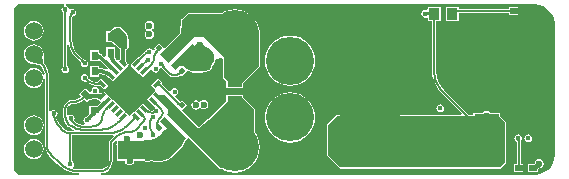
<source format=gtl>
G04*
G04 #@! TF.GenerationSoftware,Altium Limited,Altium Designer,20.1.11 (218)*
G04*
G04 Layer_Physical_Order=1*
G04 Layer_Color=32768*
%FSLAX25Y25*%
%MOIN*%
G70*
G04*
G04 #@! TF.SameCoordinates,9EE67B27-E454-41D5-82AA-807338E90DDB*
G04*
G04*
G04 #@! TF.FilePolarity,Positive*
G04*
G01*
G75*
%ADD15C,0.00787*%
%ADD16C,0.01200*%
G04:AMPARAMS|DCode=18|XSize=11.81mil|YSize=27.56mil|CornerRadius=0mil|HoleSize=0mil|Usage=FLASHONLY|Rotation=315.000|XOffset=0mil|YOffset=0mil|HoleType=Round|Shape=Rectangle|*
%AMROTATEDRECTD18*
4,1,4,-0.01392,-0.00557,0.00557,0.01392,0.01392,0.00557,-0.00557,-0.01392,-0.01392,-0.00557,0.0*
%
%ADD18ROTATEDRECTD18*%

G04:AMPARAMS|DCode=19|XSize=11.81mil|YSize=27.56mil|CornerRadius=0mil|HoleSize=0mil|Usage=FLASHONLY|Rotation=225.000|XOffset=0mil|YOffset=0mil|HoleType=Round|Shape=Rectangle|*
%AMROTATEDRECTD19*
4,1,4,-0.00557,0.01392,0.01392,-0.00557,0.00557,-0.01392,-0.01392,0.00557,-0.00557,0.01392,0.0*
%
%ADD19ROTATEDRECTD19*%

%ADD20P,0.15033X4X360.0*%
%ADD21P,0.02505X4X180.0*%
G04:AMPARAMS|DCode=22|XSize=100.39mil|YSize=41.1mil|CornerRadius=0mil|HoleSize=0mil|Usage=FLASHONLY|Rotation=135.000|XOffset=0mil|YOffset=0mil|HoleType=Round|Shape=Rectangle|*
%AMROTATEDRECTD22*
4,1,4,0.05003,-0.02096,0.02096,-0.05003,-0.05003,0.02096,-0.02096,0.05003,0.05003,-0.02096,0.0*
%
%ADD22ROTATEDRECTD22*%

G04:AMPARAMS|DCode=23|XSize=100.39mil|YSize=21.89mil|CornerRadius=0mil|HoleSize=0mil|Usage=FLASHONLY|Rotation=135.000|XOffset=0mil|YOffset=0mil|HoleType=Round|Shape=Rectangle|*
%AMROTATEDRECTD23*
4,1,4,0.04323,-0.02775,0.02775,-0.04323,-0.04323,0.02775,-0.02775,0.04323,0.04323,-0.02775,0.0*
%
%ADD23ROTATEDRECTD23*%

%ADD24R,0.02500X0.02000*%
%ADD25R,0.03661X0.03858*%
%ADD26R,0.03000X0.02300*%
%ADD27R,0.05000X0.06000*%
%ADD28R,0.10039X0.06299*%
%ADD29R,0.08071X0.16535*%
%ADD30R,0.02300X0.03000*%
G04:AMPARAMS|DCode=31|XSize=30mil|YSize=23mil|CornerRadius=0mil|HoleSize=0mil|Usage=FLASHONLY|Rotation=315.000|XOffset=0mil|YOffset=0mil|HoleType=Round|Shape=Rectangle|*
%AMROTATEDRECTD31*
4,1,4,-0.01874,0.00248,-0.00248,0.01874,0.01874,-0.00248,0.00248,-0.01874,-0.01874,0.00248,0.0*
%
%ADD31ROTATEDRECTD31*%

%ADD32P,0.02505X4X270.0*%
G04:AMPARAMS|DCode=33|XSize=100.39mil|YSize=21.89mil|CornerRadius=0mil|HoleSize=0mil|Usage=FLASHONLY|Rotation=225.000|XOffset=0mil|YOffset=0mil|HoleType=Round|Shape=Rectangle|*
%AMROTATEDRECTD33*
4,1,4,0.02775,0.04323,0.04323,0.02775,-0.02775,-0.04323,-0.04323,-0.02775,0.02775,0.04323,0.0*
%
%ADD33ROTATEDRECTD33*%

G04:AMPARAMS|DCode=34|XSize=100.39mil|YSize=41.1mil|CornerRadius=0mil|HoleSize=0mil|Usage=FLASHONLY|Rotation=225.000|XOffset=0mil|YOffset=0mil|HoleType=Round|Shape=Rectangle|*
%AMROTATEDRECTD34*
4,1,4,0.02096,0.05003,0.05003,0.02096,-0.02096,-0.05003,-0.05003,-0.02096,0.02096,0.05003,0.0*
%
%ADD34ROTATEDRECTD34*%

%ADD56C,0.00600*%
%ADD57C,0.01500*%
G04:AMPARAMS|DCode=58|XSize=275.59mil|YSize=157.48mil|CornerRadius=0mil|HoleSize=0mil|Usage=FLASHONLY|Rotation=90.000|XOffset=0mil|YOffset=0mil|HoleType=Round|Shape=Octagon|*
%AMOCTAGOND58*
4,1,8,0.03937,0.13780,-0.03937,0.13780,-0.07874,0.09843,-0.07874,-0.09843,-0.03937,-0.13780,0.03937,-0.13780,0.07874,-0.09843,0.07874,0.09843,0.03937,0.13780,0.0*
%
%ADD58OCTAGOND58*%

G04:AMPARAMS|DCode=59|XSize=275.59mil|YSize=157.48mil|CornerRadius=0mil|HoleSize=0mil|Usage=FLASHONLY|Rotation=0.000|XOffset=0mil|YOffset=0mil|HoleType=Round|Shape=Octagon|*
%AMOCTAGOND59*
4,1,8,0.13780,-0.03937,0.13780,0.03937,0.09843,0.07874,-0.09843,0.07874,-0.13780,0.03937,-0.13780,-0.03937,-0.09843,-0.07874,0.09843,-0.07874,0.13780,-0.03937,0.0*
%
%ADD59OCTAGOND59*%

%ADD60C,0.05906*%
%ADD61C,0.16000*%
%ADD62C,0.01772*%
%ADD63C,0.02362*%
G36*
X-45413Y-93524D02*
X-44072Y-94044D01*
X-42861Y-94820D01*
X-41828Y-95822D01*
X-41016Y-97009D01*
X-40455Y-98333D01*
X-40169Y-99743D01*
Y-100462D01*
X-40173Y-142760D01*
X-40170Y-142772D01*
X-40172Y-142785D01*
X-40151Y-143503D01*
X-40394Y-144921D01*
X-40914Y-146262D01*
X-41690Y-147473D01*
X-42692Y-148506D01*
X-43879Y-149319D01*
X-45203Y-149879D01*
X-46613Y-150165D01*
X-47326D01*
X-47562Y-150162D01*
X-47568Y-150163D01*
X-47574Y-150162D01*
X-191546Y-150162D01*
X-191579Y-149662D01*
X-190697Y-149545D01*
X-189708Y-149136D01*
X-188859Y-148484D01*
X-188858Y-148486D01*
X-188162Y-147580D01*
X-187725Y-146524D01*
X-187576Y-145392D01*
X-187601D01*
Y-140439D01*
X-187602Y-140434D01*
X-187447Y-139654D01*
X-187005Y-138993D01*
X-187001Y-138990D01*
X-186870Y-138859D01*
X-186370Y-139066D01*
Y-139712D01*
X-186410Y-139915D01*
X-186370Y-140118D01*
Y-145500D01*
X-183561D01*
X-183561Y-145500D01*
X-183442Y-146097D01*
X-183104Y-146604D01*
X-182597Y-146942D01*
X-182000Y-147061D01*
X-181403Y-146942D01*
X-180896Y-146604D01*
X-180558Y-146097D01*
X-180439Y-145500D01*
X-180439Y-145500D01*
X-177173D01*
X-177104Y-145604D01*
X-176597Y-145942D01*
X-176000Y-146061D01*
X-175403Y-145942D01*
X-174937Y-145632D01*
X-174727Y-145719D01*
X-174688D01*
X-174656Y-145740D01*
X-173996Y-145872D01*
X-173958Y-145864D01*
X-173922Y-145879D01*
X-171586D01*
X-171550Y-145864D01*
X-171512Y-145872D01*
X-170372Y-145645D01*
X-170340Y-145623D01*
X-170301D01*
X-169228Y-145179D01*
X-169200Y-145151D01*
X-169162Y-145144D01*
X-168196Y-144498D01*
X-168175Y-144466D01*
X-168139Y-144451D01*
X-164271Y-140583D01*
X-164256Y-140547D01*
X-164224Y-140526D01*
X-163834Y-139942D01*
X-163826Y-139904D01*
X-163799Y-139877D01*
X-163530Y-139229D01*
Y-139190D01*
X-163509Y-139157D01*
X-163444Y-138833D01*
X-162722Y-138110D01*
X-162666Y-138055D01*
X-162234Y-137890D01*
X-151857Y-148268D01*
X-151589Y-148379D01*
X-150989D01*
X-150211Y-148795D01*
X-148637Y-149272D01*
X-147000Y-149434D01*
X-145363Y-149272D01*
X-143789Y-148795D01*
X-143011Y-148379D01*
X-143000D01*
X-142732Y-148268D01*
X-142651Y-148186D01*
X-142339Y-148020D01*
X-141067Y-146976D01*
X-140024Y-145705D01*
X-139248Y-144254D01*
X-138771Y-142680D01*
X-138610Y-141043D01*
X-138771Y-139406D01*
X-139248Y-137832D01*
X-140024Y-136382D01*
X-140121Y-136263D01*
X-140121Y-128500D01*
X-140232Y-128232D01*
X-144150Y-124314D01*
Y-123517D01*
X-149850D01*
Y-125690D01*
X-155754Y-131595D01*
X-158886Y-134144D01*
X-159023Y-134144D01*
X-164183Y-128984D01*
X-164500Y-128615D01*
X-162753Y-126867D01*
X-164500Y-125120D01*
X-165205Y-125824D01*
X-165271Y-125780D01*
X-165334Y-125731D01*
X-165355Y-125726D01*
X-166843Y-124239D01*
X-166678Y-123696D01*
X-166518Y-123664D01*
X-166109Y-123391D01*
X-165836Y-122982D01*
X-165740Y-122500D01*
X-165836Y-122018D01*
X-166109Y-121609D01*
X-166518Y-121336D01*
X-167000Y-121240D01*
X-167482Y-121336D01*
X-167891Y-121609D01*
X-168164Y-122018D01*
X-168196Y-122178D01*
X-168738Y-122343D01*
X-170881Y-120200D01*
X-171186Y-119848D01*
X-171220Y-119504D01*
X-171066Y-119351D01*
X-172397Y-118021D01*
X-174840Y-120465D01*
X-173579Y-121725D01*
X-173539Y-121994D01*
X-173579Y-122266D01*
X-174548Y-123235D01*
X-174902Y-123589D01*
X-175193Y-123880D01*
X-176232Y-124919D01*
X-174142Y-127009D01*
X-174093Y-127058D01*
X-174084Y-127086D01*
X-174059Y-127110D01*
X-174056Y-127118D01*
X-173788Y-127362D01*
X-173551Y-127764D01*
X-173588Y-127857D01*
X-173600Y-127865D01*
X-173997Y-128130D01*
X-174270Y-128539D01*
X-174460Y-128854D01*
X-175149Y-128764D01*
X-175310Y-128691D01*
X-175427Y-128631D01*
X-175467Y-128591D01*
X-175483Y-128551D01*
X-175524Y-128533D01*
X-177685Y-126372D01*
X-179016Y-127702D01*
Y-127702D01*
X-179077Y-127764D01*
X-180116Y-128803D01*
X-180469Y-129156D01*
X-180470D01*
X-180469Y-129156D01*
X-181730Y-130417D01*
X-182001Y-130456D01*
X-182271Y-130416D01*
X-183239Y-129448D01*
X-183531Y-129156D01*
X-184632Y-128055D01*
X-184923Y-127764D01*
X-185275Y-127413D01*
X-186024Y-126664D01*
X-186377Y-126310D01*
X-187415Y-125271D01*
X-187769Y-124918D01*
X-188060Y-124627D01*
X-188807Y-123880D01*
X-189099Y-123588D01*
X-189453Y-123234D01*
X-190208Y-122478D01*
X-190295Y-122389D01*
X-190348Y-122295D01*
X-190452Y-122060D01*
X-190461Y-121996D01*
X-190452Y-121931D01*
X-190350Y-121698D01*
X-190295Y-121601D01*
X-190209Y-121512D01*
X-189161Y-120465D01*
X-191605Y-118021D01*
X-192766Y-119182D01*
X-193394Y-119120D01*
X-194542Y-118772D01*
X-195599Y-118206D01*
X-195769Y-118067D01*
X-195740Y-117920D01*
X-195836Y-117438D01*
X-196109Y-117029D01*
X-196518Y-116756D01*
X-197000Y-116660D01*
X-197482Y-116756D01*
X-197891Y-117029D01*
X-198164Y-117438D01*
X-198260Y-117920D01*
X-198164Y-118402D01*
X-197891Y-118811D01*
X-197482Y-119084D01*
X-197000Y-119180D01*
X-196630Y-119106D01*
X-196353Y-119334D01*
X-195061Y-120025D01*
X-193659Y-120450D01*
X-192201Y-120594D01*
X-192201Y-120594D01*
X-191765Y-120593D01*
X-191701Y-120594D01*
X-191692Y-120594D01*
X-190774Y-121512D01*
X-190687Y-121601D01*
X-190633Y-121696D01*
X-190530Y-121931D01*
X-190521Y-121994D01*
X-190530Y-122060D01*
X-190632Y-122293D01*
X-190687Y-122389D01*
X-190773Y-122478D01*
X-191199Y-122905D01*
X-191238Y-122925D01*
X-191366Y-122975D01*
X-191526Y-123019D01*
X-191712Y-123054D01*
X-191967Y-123078D01*
X-192116Y-122938D01*
X-192291Y-122683D01*
X-192310Y-122601D01*
X-192240Y-122247D01*
X-192336Y-121765D01*
X-192609Y-121356D01*
X-193018Y-121083D01*
X-193500Y-120987D01*
X-193982Y-121083D01*
X-194391Y-121356D01*
X-194664Y-121765D01*
X-194760Y-122247D01*
X-194719Y-122452D01*
X-194769Y-122479D01*
X-195221Y-122653D01*
X-195230Y-122649D01*
X-196748Y-121131D01*
X-198869Y-123252D01*
X-198307Y-123814D01*
X-198302Y-123850D01*
X-198412Y-124417D01*
X-198831Y-124738D01*
X-199514Y-125022D01*
X-200248Y-125118D01*
Y-125131D01*
X-201252D01*
Y-125097D01*
X-202194Y-125284D01*
X-202993Y-125818D01*
X-202984Y-125826D01*
X-203636Y-126675D01*
X-204045Y-127664D01*
X-204185Y-128725D01*
X-204163D01*
Y-130662D01*
X-204190D01*
X-204031Y-131863D01*
X-203568Y-132984D01*
X-202830Y-133945D01*
X-202830Y-133945D01*
X-202473Y-134216D01*
X-202448Y-134230D01*
X-202327Y-134294D01*
X-200738Y-135144D01*
X-200634Y-135175D01*
X-200708Y-135670D01*
X-201789D01*
Y-135659D01*
X-202607Y-135552D01*
X-203369Y-135236D01*
X-204024Y-134733D01*
X-204031Y-134741D01*
X-204886Y-133886D01*
X-204880Y-133880D01*
X-205623Y-132974D01*
X-206175Y-131942D01*
X-206489Y-130908D01*
X-206496Y-130867D01*
X-206499Y-130825D01*
X-206498Y-130786D01*
X-206493Y-130748D01*
X-206484Y-130710D01*
X-206470Y-130672D01*
X-206452Y-130631D01*
X-206427Y-130589D01*
X-206396Y-130545D01*
X-206348Y-130487D01*
X-206330Y-130426D01*
X-206137Y-130138D01*
X-206041Y-129656D01*
X-206137Y-129174D01*
X-206410Y-128765D01*
X-206819Y-128492D01*
X-207301Y-128396D01*
X-207783Y-128492D01*
X-208192Y-128765D01*
X-208337Y-128982D01*
X-208837Y-128830D01*
Y-118688D01*
X-208817D01*
X-208949Y-117017D01*
X-209340Y-115387D01*
X-209981Y-113838D01*
X-210342Y-113250D01*
X-210346Y-113191D01*
X-210413Y-113056D01*
X-210466Y-112908D01*
X-210567Y-112446D01*
X-210604Y-112171D01*
X-210674Y-110592D01*
X-210669Y-110106D01*
X-210669Y-110106D01*
X-210669Y-110106D01*
X-210675Y-110091D01*
X-210669Y-110046D01*
X-210782Y-109184D01*
X-211115Y-108380D01*
X-211645Y-107690D01*
X-212334Y-107161D01*
X-213138Y-106828D01*
X-214000Y-106715D01*
X-214862Y-106828D01*
X-215666Y-107161D01*
X-216355Y-107690D01*
X-216885Y-108380D01*
X-217218Y-109184D01*
X-217331Y-110046D01*
X-217218Y-110908D01*
X-216885Y-111712D01*
X-216355Y-112401D01*
X-215666Y-112931D01*
X-214862Y-113264D01*
X-214015Y-113375D01*
X-214010Y-113377D01*
X-213139Y-113408D01*
X-212778Y-113445D01*
X-212456Y-113496D01*
X-212179Y-113561D01*
X-211946Y-113637D01*
X-211760Y-113721D01*
X-211619Y-113809D01*
X-211520Y-113897D01*
X-211504Y-113919D01*
X-210866Y-115112D01*
X-210372Y-116742D01*
X-210843Y-116911D01*
X-211115Y-116254D01*
X-211645Y-115564D01*
X-212334Y-115035D01*
X-213138Y-114702D01*
X-214000Y-114589D01*
X-214862Y-114702D01*
X-215666Y-115035D01*
X-216355Y-115564D01*
X-216885Y-116254D01*
X-217218Y-117058D01*
X-217331Y-117920D01*
X-217218Y-118782D01*
X-216885Y-119586D01*
X-216355Y-120275D01*
X-215666Y-120805D01*
X-214862Y-121138D01*
X-214000Y-121251D01*
X-213138Y-121138D01*
X-212334Y-120805D01*
X-211645Y-120275D01*
X-211115Y-119586D01*
X-210782Y-118782D01*
X-210724Y-118337D01*
X-210219Y-118331D01*
X-210163Y-118688D01*
Y-140151D01*
X-210200D01*
X-210001Y-141658D01*
X-209420Y-143062D01*
X-208795Y-143876D01*
X-208496Y-144266D01*
X-208495Y-144267D01*
X-208469Y-144241D01*
X-206170Y-146540D01*
X-206184Y-146554D01*
X-204909Y-147643D01*
X-203480Y-148519D01*
X-201931Y-149160D01*
X-200301Y-149551D01*
X-198903Y-149662D01*
X-198923Y-150162D01*
X-219203D01*
X-220697Y-148668D01*
Y-94870D01*
X-219130Y-93303D01*
X-203835Y-93303D01*
X-203786Y-93803D01*
X-203953Y-93836D01*
X-204361Y-94109D01*
X-204635Y-94518D01*
X-204731Y-95000D01*
X-204635Y-95482D01*
X-204372Y-95875D01*
X-204365Y-95894D01*
X-204313Y-95948D01*
X-204276Y-95992D01*
X-204245Y-96036D01*
X-204219Y-96080D01*
X-204198Y-96124D01*
X-204181Y-96169D01*
X-204167Y-96214D01*
X-204158Y-96262D01*
X-204152Y-96312D01*
X-204149Y-96380D01*
X-204133Y-96414D01*
Y-113590D01*
X-204149Y-113625D01*
X-204152Y-113692D01*
X-204158Y-113742D01*
X-204167Y-113790D01*
X-204181Y-113835D01*
X-204198Y-113880D01*
X-204219Y-113924D01*
X-204245Y-113968D01*
X-204276Y-114012D01*
X-204313Y-114056D01*
X-204365Y-114110D01*
X-204372Y-114129D01*
X-204635Y-114522D01*
X-204731Y-115004D01*
X-204635Y-115487D01*
X-204361Y-115895D01*
X-203953Y-116168D01*
X-203470Y-116264D01*
X-202988Y-116168D01*
X-202579Y-115895D01*
X-202306Y-115487D01*
X-202210Y-115004D01*
X-202306Y-114522D01*
X-202569Y-114129D01*
X-202576Y-114110D01*
X-202628Y-114056D01*
X-202664Y-114012D01*
X-202695Y-113968D01*
X-202722Y-113924D01*
X-202743Y-113880D01*
X-202760Y-113835D01*
X-202774Y-113790D01*
X-202783Y-113742D01*
X-202789Y-113692D01*
X-202792Y-113625D01*
X-202808Y-113590D01*
Y-107033D01*
X-202308Y-106959D01*
X-201900Y-108305D01*
X-201201Y-109612D01*
X-200260Y-110758D01*
X-200243Y-110741D01*
X-200243Y-110741D01*
X-198468Y-112516D01*
X-198455Y-112552D01*
X-198409Y-112602D01*
X-198378Y-112641D01*
X-198352Y-112682D01*
X-198329Y-112723D01*
X-198309Y-112767D01*
X-198293Y-112813D01*
X-198281Y-112863D01*
X-198272Y-112916D01*
X-198266Y-112973D01*
X-198265Y-113048D01*
X-198256Y-113066D01*
X-198164Y-113530D01*
X-197891Y-113939D01*
X-197482Y-114212D01*
X-197000Y-114308D01*
X-196518Y-114212D01*
X-196109Y-113939D01*
X-195836Y-113530D01*
X-195740Y-113048D01*
X-195836Y-112566D01*
X-196109Y-112157D01*
X-196518Y-111884D01*
X-196981Y-111791D01*
X-197000Y-111783D01*
X-197074Y-111781D01*
X-197132Y-111776D01*
X-197185Y-111767D01*
X-197234Y-111754D01*
X-197281Y-111738D01*
X-197324Y-111719D01*
X-197366Y-111696D01*
X-197406Y-111669D01*
X-197446Y-111638D01*
X-197496Y-111592D01*
X-197531Y-111579D01*
X-199306Y-109804D01*
X-199306Y-109804D01*
X-199301Y-109799D01*
X-200073Y-108859D01*
X-200646Y-107786D01*
X-200999Y-106622D01*
X-201119Y-105411D01*
X-201126D01*
Y-97904D01*
X-201127Y-97900D01*
X-201018Y-97350D01*
X-201006Y-97335D01*
X-200990Y-97320D01*
X-200970Y-97305D01*
X-200943Y-97290D01*
X-200907Y-97275D01*
X-200861Y-97261D01*
X-200789Y-97247D01*
X-200728Y-97206D01*
X-200518Y-97164D01*
X-200109Y-96891D01*
X-199836Y-96482D01*
X-199740Y-96000D01*
X-199836Y-95518D01*
X-200109Y-95109D01*
X-200518Y-94836D01*
X-201000Y-94740D01*
X-201482Y-94836D01*
X-201738Y-95007D01*
X-201747Y-95007D01*
X-202218Y-94823D01*
X-202251Y-94794D01*
X-202306Y-94518D01*
X-202579Y-94109D01*
X-202988Y-93836D01*
X-203155Y-93803D01*
X-203105Y-93303D01*
X-47578Y-93303D01*
X-47577Y-93303D01*
X-47258Y-93303D01*
X-47203Y-93292D01*
X-46831Y-93281D01*
X-45413Y-93524D01*
D02*
G37*
G36*
X-202911Y-95696D02*
X-202966Y-95762D01*
X-203014Y-95830D01*
X-203055Y-95900D01*
X-203090Y-95973D01*
X-203119Y-96047D01*
X-203142Y-96123D01*
X-203158Y-96202D01*
X-203167Y-96282D01*
X-203170Y-96365D01*
X-203770D01*
X-203774Y-96282D01*
X-203783Y-96202D01*
X-203799Y-96123D01*
X-203822Y-96047D01*
X-203851Y-95973D01*
X-203886Y-95900D01*
X-203927Y-95830D01*
X-203975Y-95762D01*
X-204030Y-95696D01*
X-204090Y-95633D01*
X-202850D01*
X-202911Y-95696D01*
D02*
G37*
G36*
X-200863Y-96875D02*
X-200952Y-96893D01*
X-201034Y-96917D01*
X-201109Y-96948D01*
X-201176Y-96986D01*
X-201236Y-97030D01*
X-201288Y-97081D01*
X-201333Y-97139D01*
X-201371Y-97203D01*
X-201401Y-97273D01*
X-201424Y-97351D01*
X-201943Y-96982D01*
X-201917Y-96896D01*
X-201878Y-96725D01*
X-201864Y-96641D01*
X-201850Y-96476D01*
X-201849Y-96394D01*
X-201860Y-96234D01*
X-201872Y-96154D01*
X-200863Y-96875D01*
D02*
G37*
G36*
X-197692Y-111927D02*
X-197629Y-111977D01*
X-197562Y-112021D01*
X-197492Y-112059D01*
X-197419Y-112091D01*
X-197343Y-112118D01*
X-197264Y-112138D01*
X-197182Y-112152D01*
X-197097Y-112160D01*
X-197009Y-112162D01*
X-197886Y-113039D01*
X-197888Y-112951D01*
X-197896Y-112866D01*
X-197910Y-112784D01*
X-197930Y-112705D01*
X-197956Y-112629D01*
X-197989Y-112556D01*
X-198027Y-112486D01*
X-198071Y-112419D01*
X-198121Y-112355D01*
X-198177Y-112295D01*
X-197753Y-111870D01*
X-197692Y-111927D01*
D02*
G37*
G36*
X-211053Y-110599D02*
X-210982Y-112205D01*
X-210941Y-112512D01*
X-210831Y-113012D01*
X-210763Y-113205D01*
X-210685Y-113361D01*
X-211127Y-113791D01*
X-211239Y-113640D01*
X-211390Y-113505D01*
X-211580Y-113386D01*
X-211809Y-113283D01*
X-212077Y-113196D01*
X-212383Y-113124D01*
X-212729Y-113069D01*
X-213113Y-113030D01*
X-213997Y-112999D01*
X-211048Y-110102D01*
X-211053Y-110599D01*
D02*
G37*
G36*
X-203167Y-113722D02*
X-203158Y-113803D01*
X-203142Y-113881D01*
X-203119Y-113957D01*
X-203090Y-114032D01*
X-203055Y-114104D01*
X-203014Y-114174D01*
X-202966Y-114242D01*
X-202911Y-114308D01*
X-202850Y-114372D01*
X-204090D01*
X-204030Y-114308D01*
X-203975Y-114242D01*
X-203927Y-114174D01*
X-203886Y-114104D01*
X-203851Y-114032D01*
X-203822Y-113957D01*
X-203799Y-113881D01*
X-203783Y-113803D01*
X-203774Y-113722D01*
X-203770Y-113639D01*
X-203170D01*
X-203167Y-113722D01*
D02*
G37*
G36*
X-191523Y-120234D02*
X-191534Y-120229D01*
X-191557Y-120224D01*
X-191592Y-120221D01*
X-191697Y-120214D01*
X-192166Y-120208D01*
X-192201Y-119608D01*
X-192192Y-119607D01*
X-192184Y-119606D01*
X-192178Y-119604D01*
X-192175Y-119601D01*
X-192173Y-119597D01*
X-192173Y-119592D01*
X-192175Y-119586D01*
X-192179Y-119580D01*
X-192185Y-119573D01*
X-192193Y-119564D01*
X-191523Y-120234D01*
D02*
G37*
G36*
X-171853Y-119617D02*
X-171868Y-119659D01*
X-171868Y-119705D01*
X-171854Y-119755D01*
X-171826Y-119808D01*
X-171783Y-119865D01*
X-171726Y-119926D01*
X-171654Y-119990D01*
X-171568Y-120058D01*
X-171467Y-120130D01*
X-172024Y-120686D01*
X-172128Y-120618D01*
X-172316Y-120516D01*
X-172398Y-120481D01*
X-172474Y-120456D01*
X-172543Y-120443D01*
X-172604Y-120441D01*
X-172658Y-120450D01*
X-172705Y-120470D01*
X-172745Y-120501D01*
X-171823Y-119578D01*
X-171853Y-119617D01*
D02*
G37*
G36*
X-195528Y-123004D02*
X-195497Y-123105D01*
X-195423Y-123193D01*
X-195307Y-123270D01*
X-195147Y-123335D01*
X-194945Y-123389D01*
X-194700Y-123430D01*
X-194412Y-123459D01*
X-193708Y-123483D01*
X-193779Y-124683D01*
X-194206Y-124689D01*
X-195240Y-124778D01*
X-195502Y-124831D01*
X-195722Y-124896D01*
X-195900Y-124973D01*
X-196038Y-125062D01*
X-196133Y-125162D01*
X-196187Y-125275D01*
X-195896Y-124241D01*
X-196365Y-123997D01*
X-196247Y-123327D01*
X-196165Y-123397D01*
X-196079Y-123456D01*
X-195991Y-123503D01*
X-195899Y-123539D01*
X-195805Y-123564D01*
X-195709Y-123577D01*
X-195516Y-122892D01*
X-195528Y-123004D01*
D02*
G37*
G36*
X-196880Y-124729D02*
X-196925Y-124693D01*
X-196974Y-124670D01*
X-197027Y-124659D01*
X-197084Y-124661D01*
X-197146Y-124676D01*
X-197211Y-124704D01*
X-197281Y-124744D01*
X-197356Y-124797D01*
X-197434Y-124863D01*
X-197517Y-124941D01*
X-197941Y-124517D01*
X-197863Y-124434D01*
X-197797Y-124356D01*
X-197744Y-124281D01*
X-197704Y-124211D01*
X-197676Y-124146D01*
X-197661Y-124084D01*
X-197659Y-124027D01*
X-197670Y-123974D01*
X-197693Y-123925D01*
X-197729Y-123880D01*
X-196880Y-124729D01*
D02*
G37*
G36*
X-191771Y-125275D02*
X-191739Y-125162D01*
X-191754Y-125062D01*
X-191817Y-124973D01*
X-191927Y-124896D01*
X-192085Y-124831D01*
X-192289Y-124778D01*
X-192541Y-124736D01*
X-192840Y-124707D01*
X-193579Y-124683D01*
X-192465Y-123483D01*
X-192172Y-123477D01*
X-191659Y-123430D01*
X-191441Y-123389D01*
X-191247Y-123335D01*
X-191079Y-123270D01*
X-190936Y-123193D01*
X-190818Y-123105D01*
X-190725Y-123004D01*
X-190657Y-122892D01*
X-191771Y-125275D01*
D02*
G37*
G36*
X-193591Y-125062D02*
X-192864Y-125085D01*
X-192590Y-125112D01*
X-192437Y-125137D01*
X-191604Y-125970D01*
X-191899Y-126348D01*
X-191946Y-126395D01*
X-191965Y-126401D01*
X-191970Y-126410D01*
X-191978Y-126413D01*
X-192485Y-126887D01*
X-192690Y-127054D01*
X-192862Y-127176D01*
X-193369D01*
X-193373Y-127174D01*
X-193381Y-127176D01*
X-195550D01*
Y-129735D01*
X-195562Y-129755D01*
X-195555Y-129785D01*
X-195567Y-129815D01*
X-195550Y-129855D01*
Y-129921D01*
X-195832Y-130244D01*
X-195982Y-130398D01*
X-195992Y-130422D01*
X-196029Y-130459D01*
X-196053Y-130469D01*
X-196293Y-130704D01*
X-196369Y-130773D01*
X-196682Y-130836D01*
X-197091Y-131109D01*
X-197364Y-131518D01*
X-197460Y-132000D01*
X-197364Y-132482D01*
X-197091Y-132891D01*
X-196966Y-132974D01*
X-197118Y-133474D01*
X-197727D01*
Y-133466D01*
X-198590Y-133352D01*
X-199394Y-133019D01*
X-200085Y-132489D01*
X-200091Y-132495D01*
X-200530Y-132055D01*
X-200406Y-131870D01*
X-200310Y-131388D01*
X-200406Y-130905D01*
X-200679Y-130497D01*
X-201088Y-130224D01*
X-201571Y-130128D01*
X-202053Y-130224D01*
X-202337Y-130414D01*
X-202757Y-130258D01*
X-202837Y-130192D01*
Y-128725D01*
X-202823D01*
X-202730Y-128016D01*
X-202457Y-127356D01*
X-202305Y-127158D01*
X-202020Y-126791D01*
X-201621Y-126546D01*
X-201252Y-126473D01*
Y-126457D01*
X-200248D01*
Y-126480D01*
X-199162Y-126337D01*
X-198150Y-125918D01*
X-197281Y-125251D01*
X-196807Y-125314D01*
X-196253Y-125869D01*
X-195670Y-125286D01*
X-195593Y-125253D01*
X-195410Y-125199D01*
X-195186Y-125153D01*
X-194188Y-125068D01*
X-193774Y-125062D01*
X-193750Y-125052D01*
X-193614D01*
X-193591Y-125062D01*
D02*
G37*
G36*
X-165491Y-126088D02*
X-165263Y-126241D01*
X-165223Y-126261D01*
X-165189Y-126275D01*
X-165161Y-126281D01*
X-165139Y-126280D01*
X-165124Y-126273D01*
X-165736Y-126867D01*
X-165742Y-126867D01*
X-165755Y-126860D01*
X-165776Y-126847D01*
X-165880Y-126773D01*
X-166121Y-126589D01*
X-165564Y-126032D01*
X-165491Y-126088D01*
D02*
G37*
G36*
X-173003Y-126074D02*
X-173024Y-126120D01*
X-173032Y-126171D01*
X-173028Y-126226D01*
X-173012Y-126286D01*
X-172983Y-126350D01*
X-172941Y-126419D01*
X-172887Y-126493D01*
X-172821Y-126571D01*
X-172743Y-126653D01*
X-173167Y-127078D01*
X-173249Y-126999D01*
X-173327Y-126933D01*
X-173401Y-126879D01*
X-173470Y-126838D01*
X-173534Y-126809D01*
X-173594Y-126792D01*
X-173649Y-126788D01*
X-173700Y-126796D01*
X-173746Y-126817D01*
X-173788Y-126850D01*
X-172970Y-126032D01*
X-173003Y-126074D01*
D02*
G37*
G36*
X-190939Y-127607D02*
X-191237Y-127912D01*
X-191904Y-128705D01*
X-192051Y-128927D01*
X-192160Y-129129D01*
X-192233Y-129310D01*
X-192267Y-129470D01*
X-192264Y-129609D01*
X-192224Y-129728D01*
X-193417Y-127550D01*
X-193346Y-127639D01*
X-193254Y-127689D01*
X-193140Y-127700D01*
X-193003Y-127672D01*
X-192844Y-127606D01*
X-192664Y-127500D01*
X-192461Y-127356D01*
X-192236Y-127173D01*
X-191720Y-126690D01*
X-190939Y-127607D01*
D02*
G37*
G36*
X-188820Y-128242D02*
X-188862Y-128209D01*
X-188908Y-128188D01*
X-188959Y-128180D01*
X-189014Y-128184D01*
X-189074Y-128200D01*
X-189138Y-128229D01*
X-189207Y-128271D01*
X-189281Y-128324D01*
X-189359Y-128391D01*
X-189442Y-128469D01*
X-189866Y-128045D01*
X-189787Y-127962D01*
X-189721Y-127884D01*
X-189667Y-127811D01*
X-189626Y-127742D01*
X-189597Y-127678D01*
X-189580Y-127618D01*
X-189576Y-127562D01*
X-189585Y-127512D01*
X-189605Y-127465D01*
X-189638Y-127424D01*
X-188820Y-128242D01*
D02*
G37*
G36*
X-175762Y-128832D02*
X-175757Y-128851D01*
X-175741Y-128873D01*
X-175712Y-128898D01*
X-175671Y-128927D01*
X-175618Y-128959D01*
X-175474Y-129033D01*
X-175282Y-129119D01*
X-175741Y-129601D01*
X-175851Y-129556D01*
X-175954Y-129522D01*
X-176050Y-129496D01*
X-176139Y-129479D01*
X-176221Y-129472D01*
X-176296Y-129474D01*
X-176364Y-129485D01*
X-176426Y-129505D01*
X-176480Y-129535D01*
X-176528Y-129573D01*
X-175754Y-128816D01*
X-175762Y-128832D01*
D02*
G37*
G36*
X-192487Y-129823D02*
X-192657Y-129848D01*
X-192827Y-129891D01*
X-192996Y-129950D01*
X-193166Y-130027D01*
X-193336Y-130120D01*
X-193505Y-130230D01*
X-193675Y-130358D01*
X-193845Y-130502D01*
X-194015Y-130663D01*
X-195712D01*
X-195554Y-130502D01*
X-195220Y-130120D01*
X-195156Y-130027D01*
X-195116Y-129950D01*
X-195099Y-129891D01*
X-195105Y-129848D01*
X-195135Y-129823D01*
X-195188Y-129815D01*
X-192317D01*
X-192487Y-129823D01*
D02*
G37*
G36*
X-206698Y-130315D02*
X-206747Y-130385D01*
X-206788Y-130457D01*
X-206822Y-130529D01*
X-206848Y-130604D01*
X-206866Y-130679D01*
X-206876Y-130755D01*
X-206878Y-130833D01*
X-206872Y-130912D01*
X-206859Y-130992D01*
X-207464Y-131031D01*
X-207483Y-130948D01*
X-207507Y-130868D01*
X-207537Y-130791D01*
X-207571Y-130717D01*
X-207610Y-130645D01*
X-207653Y-130576D01*
X-207702Y-130510D01*
X-207756Y-130447D01*
X-207814Y-130386D01*
X-207878Y-130328D01*
X-206640Y-130246D01*
X-206698Y-130315D01*
D02*
G37*
G36*
X-177284Y-130335D02*
X-177288Y-130358D01*
X-177285Y-130384D01*
X-177274Y-130416D01*
X-177256Y-130451D01*
X-177230Y-130491D01*
X-177197Y-130536D01*
X-177156Y-130585D01*
X-177051Y-130696D01*
X-177475Y-131120D01*
X-177533Y-131064D01*
X-177680Y-130941D01*
X-177720Y-130915D01*
X-177756Y-130897D01*
X-177787Y-130886D01*
X-177814Y-130883D01*
X-177836Y-130887D01*
X-177854Y-130899D01*
X-177272Y-130317D01*
X-177284Y-130335D01*
D02*
G37*
G36*
X-179889Y-131868D02*
X-179934Y-131832D01*
X-179983Y-131809D01*
X-180036Y-131799D01*
X-180094Y-131801D01*
X-180156Y-131817D01*
X-180223Y-131846D01*
X-180294Y-131887D01*
X-180369Y-131941D01*
X-180449Y-132009D01*
X-180534Y-132089D01*
X-180958Y-131664D01*
X-180878Y-131580D01*
X-180811Y-131500D01*
X-180756Y-131425D01*
X-180715Y-131353D01*
X-180686Y-131287D01*
X-180671Y-131225D01*
X-180668Y-131167D01*
X-180678Y-131113D01*
X-180701Y-131064D01*
X-180737Y-131019D01*
X-179889Y-131868D01*
D02*
G37*
G36*
X-194939Y-131588D02*
X-195314Y-131991D01*
X-196191Y-131114D01*
X-196182Y-131111D01*
X-196166Y-131099D01*
X-196143Y-131081D01*
X-196032Y-130979D01*
X-195788Y-130739D01*
X-194939Y-131588D01*
D02*
G37*
G36*
X-184773Y-132272D02*
X-184788Y-132263D01*
X-184806Y-132262D01*
X-184829Y-132267D01*
X-184857Y-132278D01*
X-184889Y-132297D01*
X-184925Y-132323D01*
X-184965Y-132355D01*
X-185060Y-132440D01*
X-185114Y-132492D01*
X-185538Y-132068D01*
X-185485Y-132014D01*
X-185368Y-131879D01*
X-185343Y-131843D01*
X-185324Y-131811D01*
X-185312Y-131784D01*
X-185307Y-131761D01*
X-185309Y-131742D01*
X-185318Y-131728D01*
X-184773Y-132272D01*
D02*
G37*
G36*
X-174147Y-131933D02*
X-174237Y-131948D01*
X-174320Y-131970D01*
X-174396Y-131998D01*
X-174466Y-132033D01*
X-174529Y-132075D01*
X-174585Y-132123D01*
X-174635Y-132178D01*
X-174678Y-132240D01*
X-174715Y-132308D01*
X-174745Y-132383D01*
X-175244Y-132005D01*
X-175213Y-131922D01*
X-175164Y-131757D01*
X-175146Y-131675D01*
X-175133Y-131593D01*
X-175125Y-131511D01*
X-175121Y-131429D01*
X-175122Y-131348D01*
X-175127Y-131266D01*
X-175137Y-131185D01*
X-174147Y-131933D01*
D02*
G37*
G36*
X-172559Y-133387D02*
X-172539Y-133434D01*
X-172515Y-133470D01*
X-172489Y-133495D01*
X-172460Y-133510D01*
X-172428Y-133513D01*
X-172394Y-133506D01*
X-172356Y-133488D01*
X-172315Y-133459D01*
X-172272Y-133419D01*
X-173191Y-134339D01*
X-173157Y-134297D01*
X-173130Y-134247D01*
X-173110Y-134188D01*
X-173097Y-134120D01*
X-173091Y-134044D01*
X-173091Y-133958D01*
X-173099Y-133864D01*
X-173113Y-133762D01*
X-173162Y-133530D01*
X-172576Y-133329D01*
X-172559Y-133387D01*
D02*
G37*
G36*
X-174034Y-136036D02*
X-174756Y-136284D01*
X-174747Y-136272D01*
X-174742Y-136257D01*
X-174742Y-136240D01*
X-174746Y-136221D01*
X-174755Y-136199D01*
X-174768Y-136176D01*
X-174786Y-136150D01*
X-174809Y-136122D01*
X-174835Y-136091D01*
X-174867Y-136059D01*
X-174418Y-135659D01*
X-174034Y-136036D01*
D02*
G37*
G36*
X-187160Y-137275D02*
X-187937Y-138052D01*
X-187949Y-138041D01*
X-187950Y-138042D01*
X-188488Y-138743D01*
X-188827Y-139561D01*
X-188943Y-140439D01*
X-188926D01*
Y-145392D01*
X-188938D01*
X-189041Y-146172D01*
X-189342Y-146899D01*
X-189819Y-147521D01*
X-189822Y-147522D01*
X-189822Y-147522D01*
X-189822Y-147522D01*
X-190389Y-147957D01*
X-191050Y-148230D01*
X-191758Y-148323D01*
Y-148337D01*
X-198630D01*
X-198656Y-148342D01*
X-200453Y-148165D01*
X-200727Y-148082D01*
X-200824Y-147530D01*
X-200625Y-147232D01*
X-200529Y-146750D01*
X-200625Y-146268D01*
X-200887Y-145875D01*
X-200894Y-145856D01*
X-200946Y-145802D01*
X-200983Y-145757D01*
X-201014Y-145713D01*
X-201040Y-145670D01*
X-201061Y-145626D01*
X-201079Y-145581D01*
X-201092Y-145536D01*
X-201102Y-145488D01*
X-201108Y-145438D01*
X-201110Y-145370D01*
X-201126Y-145336D01*
Y-136995D01*
X-189344D01*
Y-137015D01*
X-187673Y-136884D01*
X-187414Y-136822D01*
X-187160Y-137275D01*
D02*
G37*
G36*
X-163743Y-138045D02*
Y-138395D01*
X-163880Y-139084D01*
X-164149Y-139732D01*
X-164539Y-140315D01*
X-164787Y-140563D01*
X-167996Y-143772D01*
X-168406Y-144183D01*
X-169373Y-144829D01*
X-170446Y-145273D01*
X-171586Y-145500D01*
X-173922D01*
X-174582Y-145369D01*
X-175203Y-145111D01*
X-175762Y-144738D01*
X-176000Y-144500D01*
X-176021Y-144083D01*
X-176183Y-143266D01*
X-176502Y-142496D01*
X-176965Y-141804D01*
X-177245Y-141494D01*
X-178788Y-139951D01*
X-178468Y-139632D01*
Y-139632D01*
X-178199Y-139363D01*
X-177567Y-138940D01*
X-176863Y-138648D01*
X-176117Y-138500D01*
X-175736D01*
X-175207Y-138474D01*
X-174169Y-138268D01*
X-173191Y-137863D01*
X-172311Y-137274D01*
X-171919Y-136919D01*
X-168500Y-133500D01*
X-163743Y-138045D01*
D02*
G37*
G36*
X-201485Y-145468D02*
X-201476Y-145548D01*
X-201460Y-145627D01*
X-201437Y-145703D01*
X-201409Y-145777D01*
X-201374Y-145850D01*
X-201332Y-145920D01*
X-201284Y-145988D01*
X-201230Y-146054D01*
X-201169Y-146117D01*
X-202409D01*
X-202348Y-146054D01*
X-202294Y-145988D01*
X-202246Y-145920D01*
X-202204Y-145850D01*
X-202169Y-145777D01*
X-202140Y-145703D01*
X-202117Y-145627D01*
X-202101Y-145548D01*
X-202092Y-145468D01*
X-202089Y-145385D01*
X-201489D01*
X-201485Y-145468D01*
D02*
G37*
G36*
X-159180Y-134523D02*
X-158751Y-134523D01*
X-155500Y-131876D01*
X-147707Y-124083D01*
X-144917Y-124083D01*
X-140500Y-128500D01*
X-140500Y-145500D01*
X-143000Y-148000D01*
X-151589D01*
X-169373Y-130217D01*
Y-128258D01*
X-174131Y-123500D01*
X-170203Y-123500D01*
X-159180Y-134523D01*
D02*
G37*
%LPC*%
G36*
X-52400Y-94150D02*
X-55600D01*
Y-94801D01*
X-55605Y-94802D01*
X-55665Y-94812D01*
X-55743Y-94819D01*
X-55848Y-94821D01*
X-55884Y-94837D01*
X-71973D01*
X-72009Y-94821D01*
X-72113Y-94819D01*
X-72192Y-94812D01*
X-72251Y-94802D01*
X-72256Y-94801D01*
Y-94221D01*
X-76618D01*
Y-98779D01*
X-72256D01*
Y-96199D01*
X-72251Y-96198D01*
X-72192Y-96188D01*
X-72113Y-96181D01*
X-72009Y-96179D01*
X-71973Y-96163D01*
X-55884D01*
X-55848Y-96179D01*
X-55743Y-96181D01*
X-55665Y-96188D01*
X-55605Y-96198D01*
X-55600Y-96199D01*
Y-96850D01*
X-52400D01*
Y-94150D01*
D02*
G37*
G36*
X-78319Y-94221D02*
X-82681D01*
Y-95006D01*
X-83181Y-95303D01*
X-83500Y-95240D01*
X-83982Y-95336D01*
X-84391Y-95609D01*
X-84664Y-96018D01*
X-84760Y-96500D01*
X-84664Y-96982D01*
X-84391Y-97391D01*
X-83982Y-97664D01*
X-83500Y-97760D01*
X-83181Y-97697D01*
X-82681Y-97994D01*
Y-98779D01*
X-81201D01*
X-81198Y-98792D01*
X-81188Y-98849D01*
X-81181Y-98925D01*
X-81179Y-99027D01*
X-81163Y-99063D01*
Y-115444D01*
X-81183D01*
X-81051Y-117115D01*
X-80660Y-118745D01*
X-80019Y-120294D01*
X-79143Y-121723D01*
X-78054Y-122998D01*
X-78040Y-122984D01*
X-71378Y-129645D01*
X-71570Y-130107D01*
X-112486D01*
X-112715Y-130202D01*
X-112747Y-130212D01*
X-112753Y-130218D01*
X-112754Y-130218D01*
X-112758Y-130222D01*
X-116247Y-133212D01*
X-116254Y-133226D01*
X-116268Y-133232D01*
X-116318Y-133354D01*
X-116378Y-133471D01*
X-116373Y-133486D01*
X-116379Y-133500D01*
Y-143500D01*
X-116268Y-143768D01*
X-112018Y-148018D01*
X-111750Y-148129D01*
X-58500D01*
X-58232Y-148018D01*
X-56732Y-146518D01*
X-56621Y-146250D01*
Y-132586D01*
X-56732Y-132318D01*
X-58615Y-130436D01*
Y-129725D01*
X-61667D01*
X-61896Y-129382D01*
X-62403Y-129044D01*
X-63000Y-128925D01*
X-63597Y-129044D01*
X-64104Y-129382D01*
X-64333Y-129725D01*
X-67385D01*
Y-130107D01*
X-69042D01*
X-77102Y-122047D01*
X-77125Y-122032D01*
X-78270Y-120636D01*
X-79134Y-119020D01*
X-79665Y-117267D01*
X-79842Y-115470D01*
X-79837Y-115444D01*
Y-99063D01*
X-79821Y-99027D01*
X-79819Y-98925D01*
X-79812Y-98849D01*
X-79802Y-98792D01*
X-79799Y-98779D01*
X-78319D01*
Y-94221D01*
D02*
G37*
G36*
X-175472Y-98939D02*
X-176069Y-99058D01*
X-176576Y-99396D01*
X-176914Y-99903D01*
X-177033Y-100500D01*
X-176914Y-101097D01*
X-176576Y-101604D01*
X-176492Y-101660D01*
Y-102261D01*
X-176576Y-102317D01*
X-176914Y-102824D01*
X-177033Y-103421D01*
X-176914Y-104019D01*
X-176576Y-104525D01*
X-176069Y-104863D01*
X-175472Y-104982D01*
X-174874Y-104863D01*
X-174368Y-104525D01*
X-174030Y-104019D01*
X-173911Y-103421D01*
X-174030Y-102824D01*
X-174368Y-102317D01*
X-174452Y-102261D01*
Y-101660D01*
X-174368Y-101604D01*
X-174030Y-101097D01*
X-173911Y-100500D01*
X-174030Y-99903D01*
X-174368Y-99396D01*
X-174874Y-99058D01*
X-175472Y-98939D01*
D02*
G37*
G36*
X-214000Y-98841D02*
X-214862Y-98954D01*
X-215666Y-99287D01*
X-216355Y-99816D01*
X-216885Y-100506D01*
X-217218Y-101310D01*
X-217331Y-102172D01*
X-217218Y-103034D01*
X-216885Y-103838D01*
X-216355Y-104527D01*
X-215666Y-105057D01*
X-214862Y-105390D01*
X-214000Y-105503D01*
X-213138Y-105390D01*
X-212334Y-105057D01*
X-211645Y-104527D01*
X-211115Y-103838D01*
X-210782Y-103034D01*
X-210669Y-102172D01*
X-210782Y-101310D01*
X-211115Y-100506D01*
X-211645Y-99816D01*
X-212334Y-99287D01*
X-213138Y-98954D01*
X-214000Y-98841D01*
D02*
G37*
G36*
X-147000Y-95031D02*
X-148637Y-95192D01*
X-150211Y-95670D01*
X-151056Y-96121D01*
X-162409D01*
X-162677Y-96232D01*
X-164677Y-98232D01*
X-164728Y-98356D01*
X-164787Y-98476D01*
X-165057Y-102820D01*
X-170027Y-107790D01*
X-170408Y-108076D01*
X-172156Y-106328D01*
X-173903Y-108076D01*
X-173604Y-108376D01*
X-173602Y-108381D01*
X-173584Y-108404D01*
X-173583Y-108414D01*
X-173587Y-108447D01*
X-173600Y-108499D01*
X-173627Y-108570D01*
X-173668Y-108655D01*
X-173724Y-108755D01*
X-173799Y-108870D01*
X-173959Y-108903D01*
X-174319Y-108822D01*
X-174592Y-108414D01*
X-175000Y-108140D01*
X-175483Y-108045D01*
X-175965Y-108140D01*
X-176374Y-108414D01*
X-176639Y-108811D01*
X-176641Y-108813D01*
X-176642Y-108815D01*
X-176647Y-108822D01*
X-176649Y-108836D01*
X-176652Y-108838D01*
X-176661Y-108852D01*
X-176663Y-108855D01*
X-176664Y-108856D01*
X-176664Y-108856D01*
X-176665Y-108857D01*
X-176679Y-108872D01*
X-176694Y-108887D01*
X-176879Y-109035D01*
X-176927Y-109069D01*
X-176937Y-109076D01*
X-177320Y-109365D01*
X-177293Y-109392D01*
X-178959Y-111057D01*
X-178996Y-111072D01*
X-179071Y-111143D01*
X-179130Y-111193D01*
X-179179Y-111229D01*
X-179185Y-111232D01*
X-179356Y-111061D01*
X-179624Y-111305D01*
X-179627Y-111314D01*
X-179652Y-111337D01*
X-179660Y-111366D01*
X-181517Y-113223D01*
X-181606Y-113309D01*
X-181703Y-113364D01*
X-181936Y-113466D01*
X-182001Y-113475D01*
X-182064Y-113466D01*
X-182300Y-113362D01*
X-182395Y-113309D01*
X-182483Y-113222D01*
X-182909Y-112796D01*
X-182930Y-112757D01*
X-182980Y-112629D01*
X-183024Y-112469D01*
X-183059Y-112283D01*
X-183104Y-111802D01*
X-183109Y-111522D01*
X-183111Y-111519D01*
X-183109Y-111515D01*
X-183119Y-111494D01*
Y-108637D01*
X-183109Y-108614D01*
X-183109Y-108594D01*
X-183088D01*
X-182958Y-108540D01*
X-182820Y-108483D01*
X-182778Y-108441D01*
X-182763Y-108405D01*
X-182730Y-108383D01*
X-182664Y-108283D01*
X-182656Y-108245D01*
X-182629Y-108218D01*
X-182583Y-108107D01*
Y-108068D01*
X-182561Y-108036D01*
X-182538Y-107918D01*
X-182238Y-107766D01*
Y-104766D01*
X-182238D01*
X-182531Y-104439D01*
Y-104222D01*
X-182545Y-104186D01*
X-182538Y-104148D01*
X-182614Y-103765D01*
X-182636Y-103733D01*
Y-103694D01*
X-182785Y-103333D01*
X-182813Y-103305D01*
X-182820Y-103267D01*
X-183037Y-102942D01*
X-183070Y-102921D01*
X-183085Y-102885D01*
X-183223Y-102746D01*
X-183223Y-102746D01*
X-184275Y-101695D01*
X-184376Y-101543D01*
X-184527Y-101442D01*
X-184614Y-101356D01*
X-184649Y-101341D01*
X-184671Y-101309D01*
X-184978Y-101103D01*
X-185016Y-101096D01*
X-185044Y-101068D01*
X-185385Y-100927D01*
X-185424D01*
X-185456Y-100905D01*
X-185818Y-100833D01*
X-185856Y-100841D01*
X-185892Y-100826D01*
X-186269D01*
X-186304Y-100841D01*
X-186343Y-100833D01*
X-186718Y-100908D01*
X-186751Y-100930D01*
X-186789D01*
X-187143Y-101076D01*
X-187171Y-101104D01*
X-187209Y-101111D01*
X-187527Y-101324D01*
X-187549Y-101356D01*
X-187585Y-101371D01*
X-187720Y-101507D01*
X-187720Y-101507D01*
X-188564Y-102350D01*
X-189764D01*
Y-106050D01*
X-188032D01*
X-187585Y-106235D01*
X-187088Y-106567D01*
X-186870Y-106765D01*
X-185938Y-107697D01*
Y-107766D01*
X-185869D01*
X-185601Y-108034D01*
X-185494Y-108141D01*
X-185458Y-108156D01*
X-185437Y-108188D01*
X-185186Y-108356D01*
X-185148Y-108363D01*
X-185120Y-108391D01*
X-185072Y-108411D01*
X-185067Y-108614D01*
X-185057Y-108637D01*
Y-110381D01*
X-185067Y-110404D01*
X-185090Y-111131D01*
X-185117Y-111405D01*
X-185142Y-111558D01*
X-185706Y-112122D01*
X-185708Y-112123D01*
X-186336Y-112055D01*
X-186543Y-111785D01*
X-186592Y-111669D01*
X-186664Y-111463D01*
X-186688Y-111377D01*
X-186728Y-111198D01*
X-186739Y-111125D01*
X-186745Y-111054D01*
X-186748Y-110976D01*
X-186764Y-110939D01*
Y-107650D01*
X-189764D01*
Y-110367D01*
X-190243Y-110814D01*
X-190390Y-110813D01*
X-191283Y-110128D01*
X-191283Y-110128D01*
X-191283Y-110128D01*
X-191360Y-110069D01*
X-191487Y-110017D01*
X-191651Y-109916D01*
X-191794Y-109814D01*
X-191913Y-109716D01*
X-192008Y-109623D01*
X-192079Y-109537D01*
X-192129Y-109458D01*
X-192160Y-109389D01*
X-192176Y-109327D01*
X-192185Y-109235D01*
X-192200Y-109205D01*
Y-108582D01*
X-195200D01*
Y-112282D01*
X-192628D01*
X-192601Y-112297D01*
X-192569Y-112296D01*
X-192562Y-112299D01*
X-192200Y-112282D01*
X-191700Y-112273D01*
X-189267Y-114707D01*
X-189532Y-115148D01*
X-189686Y-115100D01*
X-189892Y-115022D01*
X-189910Y-115023D01*
X-190136Y-114929D01*
X-191624Y-114733D01*
Y-114733D01*
X-192116Y-114713D01*
X-192134Y-114710D01*
X-192197Y-114691D01*
X-192200Y-114690D01*
Y-113882D01*
X-195200D01*
Y-117582D01*
X-192200D01*
Y-116775D01*
X-192197Y-116773D01*
X-192134Y-116755D01*
X-192049Y-116738D01*
X-191781Y-116714D01*
X-191617Y-116711D01*
X-191599Y-116703D01*
X-190744Y-116816D01*
X-190346Y-116975D01*
X-189620Y-117304D01*
X-189575Y-117327D01*
X-188949Y-117807D01*
X-188949Y-117809D01*
Y-117809D01*
X-188829Y-117889D01*
X-187707Y-119011D01*
X-186669Y-117972D01*
X-186377Y-117681D01*
X-186024Y-117327D01*
X-185277Y-116580D01*
X-184924Y-116227D01*
X-184632Y-115935D01*
X-183885Y-115188D01*
X-183593Y-114897D01*
X-183240Y-114543D01*
X-182483Y-113786D01*
X-182394Y-113701D01*
X-182298Y-113646D01*
X-182065Y-113544D01*
X-182000Y-113534D01*
X-181936Y-113544D01*
X-181701Y-113647D01*
X-181606Y-113701D01*
X-181517Y-113787D01*
X-180762Y-114543D01*
X-180469Y-114835D01*
X-180116Y-115189D01*
X-179078Y-116227D01*
X-179078Y-116227D01*
X-178724Y-116580D01*
X-177685Y-117619D01*
X-175595Y-115529D01*
X-175564Y-115498D01*
X-175551Y-115495D01*
X-175511Y-115454D01*
X-175486Y-115443D01*
X-175242Y-115175D01*
X-175099Y-115054D01*
X-174566Y-115258D01*
X-174542Y-115380D01*
X-174269Y-115788D01*
X-173860Y-116062D01*
X-173378Y-116157D01*
X-172896Y-116062D01*
X-172487Y-115788D01*
X-172214Y-115380D01*
X-172118Y-114898D01*
X-172084Y-114838D01*
X-171684Y-114515D01*
X-171677Y-114517D01*
X-171618Y-114557D01*
X-171564Y-114569D01*
X-171528Y-114580D01*
X-171490Y-114595D01*
X-171451Y-114615D01*
X-171411Y-114639D01*
X-171369Y-114670D01*
X-171325Y-114707D01*
X-171280Y-114750D01*
X-171233Y-114799D01*
X-171015Y-115074D01*
X-170991Y-115051D01*
X-169012Y-117030D01*
X-169033Y-117051D01*
X-169031Y-117052D01*
X-168322Y-117525D01*
X-167485Y-117692D01*
Y-117691D01*
X-166233Y-117527D01*
X-165339Y-117156D01*
X-165292Y-117151D01*
X-165198Y-117101D01*
X-165145Y-117076D01*
X-165076Y-117047D01*
X-165058Y-117040D01*
X-165008Y-117026D01*
X-164973Y-117019D01*
X-164965Y-117019D01*
X-164965Y-117019D01*
X-164959Y-117021D01*
X-164500Y-117480D01*
X-162752Y-115732D01*
X-162300Y-115617D01*
X-161567Y-115921D01*
X-161528D01*
X-161496Y-115942D01*
X-160688Y-116103D01*
X-160650Y-116095D01*
X-160614Y-116110D01*
X-157915D01*
X-157894Y-116102D01*
X-157872Y-116108D01*
X-157170Y-116027D01*
X-157150Y-116016D01*
X-157127Y-116020D01*
X-156439Y-115860D01*
X-156421Y-115847D01*
X-156398Y-115848D01*
X-155732Y-115610D01*
X-155715Y-115595D01*
X-155692Y-115593D01*
X-155375Y-115437D01*
X-155333Y-115390D01*
X-155275Y-115365D01*
X-155068Y-115159D01*
X-155053Y-115123D01*
X-155021Y-115101D01*
X-154696Y-114616D01*
X-154689Y-114577D01*
X-154661Y-114550D01*
X-154438Y-114010D01*
Y-113971D01*
X-154416Y-113939D01*
X-154317Y-113441D01*
X-153896Y-113160D01*
X-153558Y-112653D01*
X-153439Y-112056D01*
X-153470Y-111898D01*
X-153470Y-111859D01*
X-153185Y-111462D01*
X-151503Y-111240D01*
X-151503Y-111240D01*
X-151457Y-111233D01*
X-151176Y-111401D01*
X-150879Y-111661D01*
Y-117867D01*
X-150768Y-118135D01*
X-149850Y-119053D01*
Y-121217D01*
X-144150D01*
Y-119686D01*
X-138732Y-114268D01*
X-138621Y-114000D01*
Y-103539D01*
X-138610Y-103421D01*
X-138621Y-103304D01*
Y-102000D01*
X-138732Y-101732D01*
X-138810Y-101654D01*
X-139248Y-100210D01*
X-140024Y-98760D01*
X-141067Y-97488D01*
X-142339Y-96445D01*
X-143789Y-95670D01*
X-145363Y-95192D01*
X-147000Y-95031D01*
D02*
G37*
G36*
X-128500Y-103765D02*
X-130137Y-103927D01*
X-131711Y-104404D01*
X-133161Y-105179D01*
X-134433Y-106223D01*
X-135476Y-107494D01*
X-136252Y-108945D01*
X-136729Y-110519D01*
X-136890Y-112156D01*
X-136729Y-113793D01*
X-136252Y-115367D01*
X-135476Y-116817D01*
X-134433Y-118089D01*
X-133161Y-119132D01*
X-131711Y-119907D01*
X-130137Y-120385D01*
X-128500Y-120546D01*
X-126863Y-120385D01*
X-125289Y-119907D01*
X-123838Y-119132D01*
X-122567Y-118089D01*
X-121524Y-116817D01*
X-120748Y-115367D01*
X-120271Y-113793D01*
X-120110Y-112156D01*
X-120271Y-110519D01*
X-120748Y-108945D01*
X-121524Y-107494D01*
X-122567Y-106223D01*
X-123838Y-105179D01*
X-125289Y-104404D01*
X-126863Y-103927D01*
X-128500Y-103765D01*
D02*
G37*
G36*
X-157323Y-125295D02*
X-157920Y-125414D01*
X-158263Y-125643D01*
X-158778Y-125772D01*
X-159285Y-125434D01*
X-159882Y-125315D01*
X-160479Y-125434D01*
X-160986Y-125772D01*
X-161324Y-126279D01*
X-161443Y-126876D01*
X-161324Y-127474D01*
X-160986Y-127980D01*
X-160479Y-128319D01*
X-159882Y-128437D01*
X-159285Y-128319D01*
X-158942Y-128089D01*
X-158427Y-127960D01*
X-157920Y-128298D01*
X-157323Y-128417D01*
X-156726Y-128298D01*
X-156219Y-127960D01*
X-155881Y-127453D01*
X-155762Y-126856D01*
X-155881Y-126259D01*
X-156219Y-125752D01*
X-156726Y-125414D01*
X-157323Y-125295D01*
D02*
G37*
G36*
X-78500Y-126740D02*
X-78982Y-126836D01*
X-79391Y-127109D01*
X-79664Y-127518D01*
X-79760Y-128000D01*
X-79664Y-128482D01*
X-79391Y-128891D01*
X-78982Y-129164D01*
X-78500Y-129260D01*
X-78018Y-129164D01*
X-77609Y-128891D01*
X-77336Y-128482D01*
X-77240Y-128000D01*
X-77336Y-127518D01*
X-77609Y-127109D01*
X-78018Y-126836D01*
X-78500Y-126740D01*
D02*
G37*
G36*
X-214000Y-130337D02*
X-214862Y-130450D01*
X-215666Y-130783D01*
X-216355Y-131312D01*
X-216885Y-132002D01*
X-217218Y-132806D01*
X-217331Y-133668D01*
X-217218Y-134530D01*
X-216885Y-135334D01*
X-216355Y-136023D01*
X-215666Y-136553D01*
X-214862Y-136886D01*
X-214000Y-136999D01*
X-213138Y-136886D01*
X-212334Y-136553D01*
X-211645Y-136023D01*
X-211115Y-135334D01*
X-210782Y-134530D01*
X-210669Y-133668D01*
X-210782Y-132806D01*
X-211115Y-132002D01*
X-211645Y-131312D01*
X-212334Y-130783D01*
X-213138Y-130450D01*
X-214000Y-130337D01*
D02*
G37*
G36*
X-49180Y-136740D02*
X-49662Y-136836D01*
X-50071Y-137109D01*
X-50344Y-137518D01*
X-50440Y-138000D01*
X-50344Y-138482D01*
X-50071Y-138891D01*
X-49662Y-139164D01*
X-49180Y-139260D01*
X-48698Y-139164D01*
X-48289Y-138891D01*
X-48016Y-138482D01*
X-47920Y-138000D01*
X-48016Y-137518D01*
X-48289Y-137109D01*
X-48698Y-136836D01*
X-49180Y-136740D01*
D02*
G37*
G36*
X-128500Y-122696D02*
X-130137Y-122857D01*
X-131711Y-123335D01*
X-133161Y-124110D01*
X-134433Y-125153D01*
X-135476Y-126425D01*
X-136252Y-127875D01*
X-136729Y-129449D01*
X-136890Y-131086D01*
X-136729Y-132723D01*
X-136252Y-134297D01*
X-135476Y-135748D01*
X-134433Y-137019D01*
X-133161Y-138063D01*
X-131711Y-138838D01*
X-130137Y-139315D01*
X-128500Y-139477D01*
X-126863Y-139315D01*
X-125289Y-138838D01*
X-123838Y-138063D01*
X-122567Y-137019D01*
X-121524Y-135748D01*
X-120748Y-134297D01*
X-120271Y-132723D01*
X-120110Y-131086D01*
X-120271Y-129449D01*
X-120748Y-127875D01*
X-121524Y-126425D01*
X-122567Y-125153D01*
X-123838Y-124110D01*
X-125289Y-123335D01*
X-126863Y-122857D01*
X-128500Y-122696D01*
D02*
G37*
G36*
X-214000Y-138211D02*
X-214862Y-138324D01*
X-215666Y-138657D01*
X-216355Y-139186D01*
X-216885Y-139876D01*
X-217218Y-140680D01*
X-217331Y-141542D01*
X-217218Y-142404D01*
X-216885Y-143208D01*
X-216355Y-143897D01*
X-215666Y-144427D01*
X-214862Y-144760D01*
X-214000Y-144873D01*
X-213138Y-144760D01*
X-212334Y-144427D01*
X-211645Y-143897D01*
X-211115Y-143208D01*
X-210782Y-142404D01*
X-210669Y-141542D01*
X-210782Y-140680D01*
X-211115Y-139876D01*
X-211645Y-139186D01*
X-212334Y-138657D01*
X-213138Y-138324D01*
X-214000Y-138211D01*
D02*
G37*
G36*
X-45500Y-144939D02*
X-46097Y-145058D01*
X-46604Y-145396D01*
X-46942Y-145903D01*
X-47028Y-146334D01*
X-47153Y-146445D01*
X-47287Y-146552D01*
X-47393Y-146628D01*
X-47429Y-146650D01*
X-47430Y-146650D01*
X-49100D01*
Y-149350D01*
X-45900D01*
Y-148660D01*
X-45899Y-148658D01*
X-45900Y-148653D01*
Y-148575D01*
X-45864Y-148515D01*
X-45465Y-148054D01*
X-44903Y-147942D01*
X-44396Y-147604D01*
X-44058Y-147097D01*
X-43939Y-146500D01*
X-44058Y-145903D01*
X-44396Y-145396D01*
X-44903Y-145058D01*
X-45500Y-144939D01*
D02*
G37*
G36*
X-52500Y-136740D02*
X-52982Y-136836D01*
X-53391Y-137109D01*
X-53664Y-137518D01*
X-53760Y-138000D01*
X-53664Y-138482D01*
X-53391Y-138891D01*
X-53235Y-138996D01*
X-53197Y-139055D01*
X-53143Y-139093D01*
X-53110Y-139121D01*
X-53083Y-139149D01*
X-53061Y-139178D01*
X-53043Y-139207D01*
X-53029Y-139238D01*
X-53017Y-139273D01*
X-53007Y-139312D01*
X-53001Y-139358D01*
X-52999Y-139425D01*
X-52984Y-139457D01*
X-52990Y-139491D01*
X-52983Y-139501D01*
Y-146366D01*
X-52999Y-146402D01*
X-53001Y-146507D01*
X-53008Y-146585D01*
X-53018Y-146645D01*
X-53019Y-146650D01*
X-53920D01*
Y-149350D01*
X-50720D01*
Y-146650D01*
X-51621D01*
X-51622Y-146645D01*
X-51632Y-146585D01*
X-51639Y-146507D01*
X-51641Y-146402D01*
X-51657Y-146366D01*
Y-139323D01*
X-51641Y-139288D01*
X-51639Y-139220D01*
X-51634Y-139165D01*
X-51625Y-139109D01*
X-51612Y-139053D01*
X-51596Y-138997D01*
X-51575Y-138941D01*
X-51553Y-138888D01*
X-51485Y-138760D01*
X-51445Y-138697D01*
X-51432Y-138627D01*
X-51336Y-138482D01*
X-51240Y-138000D01*
X-51336Y-137518D01*
X-51609Y-137109D01*
X-52018Y-136836D01*
X-52500Y-136740D01*
D02*
G37*
%LPD*%
G36*
X-55226Y-96100D02*
X-55232Y-96043D01*
X-55251Y-95992D01*
X-55281Y-95947D01*
X-55324Y-95908D01*
X-55379Y-95875D01*
X-55446Y-95848D01*
X-55526Y-95827D01*
X-55618Y-95812D01*
X-55722Y-95803D01*
X-55838Y-95800D01*
Y-95200D01*
X-55722Y-95197D01*
X-55618Y-95188D01*
X-55526Y-95173D01*
X-55446Y-95152D01*
X-55379Y-95125D01*
X-55324Y-95092D01*
X-55281Y-95053D01*
X-55251Y-95008D01*
X-55232Y-94957D01*
X-55226Y-94900D01*
Y-96100D01*
D02*
G37*
G36*
X-72624Y-94957D02*
X-72606Y-95008D01*
X-72575Y-95053D01*
X-72532Y-95092D01*
X-72477Y-95125D01*
X-72410Y-95152D01*
X-72330Y-95173D01*
X-72239Y-95188D01*
X-72135Y-95197D01*
X-72018Y-95200D01*
Y-95800D01*
X-72135Y-95803D01*
X-72239Y-95812D01*
X-72330Y-95827D01*
X-72410Y-95848D01*
X-72477Y-95875D01*
X-72532Y-95908D01*
X-72575Y-95947D01*
X-72606Y-95992D01*
X-72624Y-96043D01*
X-72630Y-96100D01*
Y-94900D01*
X-72624Y-94957D01*
D02*
G37*
G36*
X-82804Y-95941D02*
X-82738Y-95995D01*
X-82670Y-96043D01*
X-82600Y-96085D01*
X-82527Y-96120D01*
X-82487Y-96136D01*
X-82460Y-96125D01*
X-82405Y-96092D01*
X-82362Y-96053D01*
X-82331Y-96008D01*
X-82313Y-95957D01*
X-82307Y-95900D01*
Y-96185D01*
X-82298Y-96187D01*
X-82218Y-96197D01*
X-82135Y-96200D01*
Y-96800D01*
X-82218Y-96803D01*
X-82298Y-96813D01*
X-82307Y-96815D01*
Y-97100D01*
X-82313Y-97043D01*
X-82331Y-96992D01*
X-82362Y-96947D01*
X-82405Y-96908D01*
X-82460Y-96875D01*
X-82487Y-96864D01*
X-82527Y-96880D01*
X-82600Y-96915D01*
X-82670Y-96957D01*
X-82738Y-97005D01*
X-82804Y-97059D01*
X-82867Y-97120D01*
Y-96801D01*
X-82919Y-96800D01*
Y-96200D01*
X-82867Y-96199D01*
Y-95880D01*
X-82804Y-95941D01*
D02*
G37*
G36*
X-79957Y-98423D02*
X-80008Y-98441D01*
X-80053Y-98471D01*
X-80092Y-98513D01*
X-80125Y-98567D01*
X-80152Y-98633D01*
X-80173Y-98711D01*
X-80188Y-98801D01*
X-80197Y-98903D01*
X-80200Y-99017D01*
X-80800D01*
X-80803Y-98903D01*
X-80812Y-98801D01*
X-80827Y-98711D01*
X-80848Y-98633D01*
X-80875Y-98567D01*
X-80908Y-98513D01*
X-80947Y-98471D01*
X-80992Y-98441D01*
X-81043Y-98423D01*
X-81100Y-98417D01*
X-79900D01*
X-79957Y-98423D01*
D02*
G37*
G36*
X-57000Y-132586D02*
Y-146250D01*
X-58500Y-147750D01*
X-111750D01*
X-116000Y-143500D01*
Y-133500D01*
X-112500Y-130500D01*
X-112486Y-130486D01*
X-59100D01*
X-57000Y-132586D01*
D02*
G37*
G36*
X-185530Y-101277D02*
X-185189Y-101418D01*
X-184881Y-101624D01*
X-184751Y-101754D01*
X-183491Y-103014D01*
X-183491Y-103014D01*
X-183352Y-103153D01*
X-183135Y-103478D01*
X-182986Y-103839D01*
X-182909Y-104222D01*
Y-104418D01*
Y-107392D01*
X-182888D01*
X-182909Y-107394D01*
Y-107784D01*
Y-107844D01*
X-182933Y-107962D01*
X-182979Y-108073D01*
X-183045Y-108173D01*
X-183088Y-108215D01*
X-183468D01*
X-183482Y-108374D01*
X-183488Y-108604D01*
X-184688D01*
X-184694Y-108374D01*
X-184712Y-108168D01*
X-184715Y-108148D01*
X-184975Y-108041D01*
X-185226Y-107873D01*
X-185333Y-107766D01*
X-186609Y-106491D01*
X-186609D01*
X-186855Y-106268D01*
X-187406Y-105899D01*
X-188018Y-105646D01*
X-188669Y-105516D01*
X-189000Y-105500D01*
X-189099Y-103421D01*
X-187452Y-101775D01*
Y-101775D01*
X-187317Y-101639D01*
X-186998Y-101426D01*
X-186644Y-101280D01*
X-186269Y-101205D01*
X-185892D01*
X-185530Y-101277D01*
D02*
G37*
G36*
X-172176Y-109274D02*
X-172234Y-109228D01*
X-172295Y-109200D01*
X-172359Y-109191D01*
X-172427Y-109201D01*
X-172498Y-109229D01*
X-172573Y-109276D01*
X-172651Y-109342D01*
X-172732Y-109427D01*
X-172817Y-109530D01*
X-172906Y-109652D01*
X-173484Y-109080D01*
X-173401Y-108952D01*
X-173332Y-108831D01*
X-173278Y-108718D01*
X-173238Y-108613D01*
X-173213Y-108515D01*
X-173203Y-108425D01*
X-173207Y-108343D01*
X-173226Y-108268D01*
X-173260Y-108202D01*
X-173308Y-108142D01*
X-172176Y-109274D01*
D02*
G37*
G36*
X-176094Y-109946D02*
X-176132Y-109914D01*
X-176172Y-109892D01*
X-176215Y-109878D01*
X-176259Y-109872D01*
X-176304Y-109876D01*
X-176352Y-109888D01*
X-176402Y-109909D01*
X-176453Y-109938D01*
X-176506Y-109977D01*
X-176561Y-110024D01*
X-176721Y-109386D01*
X-176653Y-109339D01*
X-176442Y-109171D01*
X-176405Y-109135D01*
X-176374Y-109100D01*
X-176349Y-109068D01*
X-176331Y-109038D01*
X-176318Y-109011D01*
X-176094Y-109946D01*
D02*
G37*
G36*
X-178310Y-111770D02*
X-178389Y-111853D01*
X-178455Y-111931D01*
X-178509Y-112004D01*
X-178550Y-112073D01*
X-178579Y-112138D01*
X-178596Y-112198D01*
X-178600Y-112253D01*
X-178592Y-112304D01*
X-178571Y-112350D01*
X-178538Y-112391D01*
X-179356Y-111573D01*
X-179314Y-111607D01*
X-179268Y-111627D01*
X-179217Y-111636D01*
X-179162Y-111632D01*
X-179102Y-111615D01*
X-179038Y-111586D01*
X-178969Y-111545D01*
X-178895Y-111491D01*
X-178817Y-111425D01*
X-178735Y-111346D01*
X-178310Y-111770D01*
D02*
G37*
G36*
X-192551Y-109393D02*
X-192518Y-109516D01*
X-192463Y-109639D01*
X-192386Y-109760D01*
X-192288Y-109880D01*
X-192167Y-109998D01*
X-192024Y-110116D01*
X-191859Y-110232D01*
X-191673Y-110347D01*
X-191464Y-110461D01*
X-191559Y-111894D01*
X-191749Y-111801D01*
X-191920Y-111730D01*
X-192070Y-111679D01*
X-192201Y-111650D01*
X-192311Y-111642D01*
X-192402Y-111655D01*
X-192472Y-111690D01*
X-192522Y-111745D01*
X-192552Y-111822D01*
X-192562Y-111920D01*
Y-109268D01*
X-192551Y-109393D01*
D02*
G37*
G36*
X-187126Y-110988D02*
X-187123Y-111077D01*
X-187115Y-111170D01*
X-187101Y-111266D01*
X-187056Y-111470D01*
X-187025Y-111578D01*
X-186946Y-111805D01*
X-186845Y-112046D01*
X-188219Y-112101D01*
X-188322Y-111888D01*
X-188427Y-111697D01*
X-188534Y-111529D01*
X-188644Y-111383D01*
X-188756Y-111259D01*
X-188870Y-111158D01*
X-188987Y-111079D01*
X-189105Y-111022D01*
X-189227Y-110988D01*
X-189350Y-110976D01*
X-187126Y-110988D01*
D02*
G37*
G36*
X-183488Y-111530D02*
X-183482Y-111823D01*
X-183435Y-112336D01*
X-183393Y-112554D01*
X-183340Y-112748D01*
X-183275Y-112916D01*
X-183198Y-113059D01*
X-183109Y-113177D01*
X-183009Y-113270D01*
X-182897Y-113338D01*
X-185280Y-112224D01*
X-185167Y-112256D01*
X-185067Y-112241D01*
X-184978Y-112178D01*
X-184901Y-112068D01*
X-184836Y-111910D01*
X-184783Y-111706D01*
X-184741Y-111454D01*
X-184712Y-111155D01*
X-184688Y-110416D01*
X-183488Y-111530D01*
D02*
G37*
G36*
X-175955Y-112711D02*
X-176036Y-112694D01*
X-176115Y-112686D01*
X-176191Y-112686D01*
X-176266Y-112694D01*
X-176339Y-112710D01*
X-176409Y-112735D01*
X-176478Y-112767D01*
X-176545Y-112808D01*
X-176609Y-112858D01*
X-176672Y-112915D01*
X-176986Y-112380D01*
X-176931Y-112322D01*
X-176880Y-112261D01*
X-176833Y-112196D01*
X-176789Y-112128D01*
X-176748Y-112057D01*
X-176712Y-111983D01*
X-176678Y-111905D01*
X-176649Y-111824D01*
X-176600Y-111651D01*
X-175955Y-112711D01*
D02*
G37*
G36*
X-176919Y-113162D02*
X-176997Y-113244D01*
X-177064Y-113322D01*
X-177117Y-113396D01*
X-177159Y-113465D01*
X-177188Y-113529D01*
X-177204Y-113589D01*
X-177208Y-113645D01*
X-177200Y-113695D01*
X-177179Y-113741D01*
X-177146Y-113783D01*
X-177964Y-112965D01*
X-177923Y-112998D01*
X-177876Y-113019D01*
X-177826Y-113027D01*
X-177770Y-113023D01*
X-177710Y-113007D01*
X-177646Y-112978D01*
X-177577Y-112936D01*
X-177504Y-112882D01*
X-177426Y-112816D01*
X-177343Y-112738D01*
X-176919Y-113162D01*
D02*
G37*
G36*
X-175328Y-114488D02*
X-175432Y-114595D01*
X-175663Y-114865D01*
X-175713Y-114938D01*
X-175748Y-115003D01*
X-175770Y-115059D01*
X-175779Y-115106D01*
X-175773Y-115145D01*
X-175754Y-115175D01*
X-176572Y-114357D01*
X-176541Y-114376D01*
X-176503Y-114382D01*
X-176455Y-114374D01*
X-176399Y-114352D01*
X-176335Y-114316D01*
X-176262Y-114267D01*
X-176180Y-114203D01*
X-175992Y-114036D01*
X-175884Y-113931D01*
X-175328Y-114488D01*
D02*
G37*
G36*
X-170543Y-113574D02*
X-170553Y-113671D01*
X-170556Y-113763D01*
X-170554Y-113850D01*
X-170545Y-113932D01*
X-170530Y-114008D01*
X-170509Y-114079D01*
X-170481Y-114145D01*
X-170448Y-114206D01*
X-170408Y-114262D01*
X-170889Y-114621D01*
X-170949Y-114549D01*
X-171010Y-114483D01*
X-171072Y-114424D01*
X-171136Y-114371D01*
X-171201Y-114324D01*
X-171266Y-114284D01*
X-171333Y-114250D01*
X-171401Y-114222D01*
X-171470Y-114201D01*
X-171540Y-114187D01*
X-170527Y-113472D01*
X-170543Y-113574D01*
D02*
G37*
G36*
X-154870Y-108720D02*
X-154870Y-108720D01*
X-154604Y-108986D01*
X-154204Y-109623D01*
X-153959Y-110334D01*
X-153879Y-111082D01*
X-153924Y-111456D01*
X-153937Y-111677D01*
X-154049Y-112104D01*
X-154242Y-112501D01*
X-154509Y-112853D01*
X-154674Y-113000D01*
X-154674Y-113000D01*
X-154674Y-113292D01*
X-154788Y-113865D01*
X-155011Y-114405D01*
X-155336Y-114891D01*
X-155543Y-115098D01*
X-155860Y-115253D01*
X-156525Y-115491D01*
X-157213Y-115651D01*
X-157915Y-115732D01*
X-160614D01*
X-161422Y-115571D01*
X-162182Y-115256D01*
X-162867Y-114798D01*
X-163158Y-114507D01*
X-163743Y-113922D01*
X-164584D01*
X-165192Y-113801D01*
X-165765Y-113564D01*
X-166281Y-113219D01*
X-166500Y-113000D01*
X-160881Y-107600D01*
X-160288Y-107007D01*
X-160193Y-106864D01*
X-159950Y-106621D01*
X-159665Y-106431D01*
X-159348Y-106300D01*
X-159180Y-106266D01*
X-158500Y-106266D01*
X-154870Y-108720D01*
D02*
G37*
G36*
X-192553Y-114858D02*
X-192525Y-114916D01*
X-192478Y-114966D01*
X-192412Y-115010D01*
X-192327Y-115048D01*
X-192224Y-115078D01*
X-192102Y-115102D01*
X-191962Y-115119D01*
X-191802Y-115129D01*
X-191624Y-115132D01*
Y-116332D01*
X-191802Y-116336D01*
X-192102Y-116363D01*
X-192224Y-116386D01*
X-192327Y-116417D01*
X-192412Y-116454D01*
X-192478Y-116498D01*
X-192525Y-116549D01*
X-192553Y-116606D01*
X-192562Y-116670D01*
Y-114794D01*
X-192553Y-114858D01*
D02*
G37*
G36*
X-164725Y-116726D02*
X-164771Y-116688D01*
X-164823Y-116661D01*
X-164882Y-116645D01*
X-164947Y-116638D01*
X-165018Y-116642D01*
X-165096Y-116657D01*
X-165180Y-116681D01*
X-165271Y-116717D01*
X-165368Y-116762D01*
X-165472Y-116818D01*
X-165916Y-116365D01*
X-165817Y-116306D01*
X-165734Y-116248D01*
X-165666Y-116192D01*
X-165612Y-116137D01*
X-165574Y-116085D01*
X-165550Y-116034D01*
X-165541Y-115984D01*
X-165547Y-115937D01*
X-165568Y-115891D01*
X-165603Y-115847D01*
X-164725Y-116726D01*
D02*
G37*
G36*
X-189810Y-115459D02*
X-188845Y-115757D01*
X-188821Y-115749D01*
X-188147Y-118042D01*
X-188210Y-117898D01*
X-188314Y-117750D01*
X-188459Y-117599D01*
X-188646Y-117445D01*
X-188873Y-117288D01*
X-189143Y-117127D01*
X-189453Y-116963D01*
X-190198Y-116626D01*
X-190632Y-116452D01*
X-190027Y-115376D01*
X-189810Y-115459D01*
D02*
G37*
G36*
X-139000Y-102000D02*
Y-114000D01*
X-145000Y-120000D01*
X-148367D01*
X-150500Y-117867D01*
Y-111000D01*
X-157300Y-104200D01*
X-160203Y-104200D01*
X-165066Y-109064D01*
X-164409Y-98500D01*
X-162409Y-96500D01*
X-144500D01*
X-139000Y-102000D01*
D02*
G37*
G36*
X-45201Y-147202D02*
X-45431Y-147435D01*
X-46171Y-148291D01*
X-46238Y-148401D01*
X-46277Y-148490D01*
X-46289Y-148559D01*
X-46274Y-148607D01*
X-47476Y-147024D01*
X-47437Y-147047D01*
X-47375Y-147042D01*
X-47291Y-147008D01*
X-47186Y-146946D01*
X-47058Y-146855D01*
X-46909Y-146735D01*
X-46543Y-146410D01*
X-46090Y-145970D01*
X-45201Y-147202D01*
D02*
G37*
G36*
X-51813Y-138570D02*
X-51895Y-138724D01*
X-51928Y-138802D01*
X-51956Y-138880D01*
X-51979Y-138958D01*
X-51997Y-139037D01*
X-52010Y-139116D01*
X-52017Y-139196D01*
X-52020Y-139276D01*
X-52620Y-139409D01*
X-52624Y-139324D01*
X-52634Y-139244D01*
X-52652Y-139167D01*
X-52677Y-139095D01*
X-52710Y-139026D01*
X-52749Y-138962D01*
X-52796Y-138902D01*
X-52850Y-138846D01*
X-52911Y-138794D01*
X-52979Y-138745D01*
X-51764Y-138493D01*
X-51813Y-138570D01*
D02*
G37*
G36*
X-52017Y-146528D02*
X-52008Y-146632D01*
X-51993Y-146724D01*
X-51972Y-146804D01*
X-51945Y-146871D01*
X-51912Y-146926D01*
X-51873Y-146969D01*
X-51828Y-147000D01*
X-51777Y-147018D01*
X-51720Y-147024D01*
X-52920D01*
X-52863Y-147018D01*
X-52812Y-147000D01*
X-52767Y-146969D01*
X-52728Y-146926D01*
X-52695Y-146871D01*
X-52668Y-146804D01*
X-52647Y-146724D01*
X-52632Y-146632D01*
X-52623Y-146528D01*
X-52620Y-146412D01*
X-52020D01*
X-52017Y-146528D01*
D02*
G37*
D15*
X-172357Y-108276D02*
X-172989Y-109038D01*
X-173469Y-109903D01*
X-173783Y-110842D01*
X-173917Y-111823D01*
X-173917D02*
X-173817Y-111000D01*
X-174821Y-113425D02*
X-174260Y-112686D01*
X-173917Y-111823D01*
X-165843Y-126311D02*
X-164500Y-126867D01*
X-171746Y-120408D02*
X-172953Y-119908D01*
X-177129Y-115732D02*
X-174821Y-113425D01*
X-172357Y-108276D02*
X-172156Y-108076D01*
X-171746Y-120408D02*
X-165843Y-126311D01*
D16*
X-193700Y-128676D02*
X-192922Y-128522D01*
X-192262Y-128081D01*
X-188264Y-117124D02*
X-188984Y-116533D01*
X-189806Y-116094D01*
X-190697Y-115823D01*
X-191624Y-115732D01*
X-191090Y-111513D02*
X-191855Y-110927D01*
X-192745Y-110558D01*
X-193700Y-110432D01*
X-188264Y-109500D02*
X-188169Y-110468D01*
X-187886Y-111399D01*
X-187428Y-112258D01*
X-186810Y-113010D01*
X-196200Y-132000D02*
X-193417Y-129217D01*
X-195092Y-124083D02*
X-191047D01*
X-192262Y-128081D02*
X-189656Y-125475D01*
X-193700Y-115732D02*
X-191624D01*
X-191090Y-111513D02*
X-186872Y-115732D01*
X-184088Y-112948D02*
Y-106266D01*
X-186810Y-113010D02*
X-185480Y-114340D01*
D18*
X-175737Y-117124D02*
D03*
X-174345Y-118516D02*
D03*
X-177129Y-115732D02*
D03*
X-172953Y-119908D02*
D03*
X-178521Y-114340D02*
D03*
X-179913Y-112948D02*
D03*
X-184088Y-131043D02*
D03*
X-185480Y-129651D02*
D03*
X-189656Y-125475D02*
D03*
X-191047Y-124083D02*
D03*
X-186873Y-128259D02*
D03*
X-188263Y-126867D02*
D03*
D19*
X-172952Y-124083D02*
D03*
X-174345Y-125475D02*
D03*
X-175736Y-126867D02*
D03*
X-177129Y-128259D02*
D03*
X-178520Y-129651D02*
D03*
X-179913Y-131043D02*
D03*
X-184088Y-112948D02*
D03*
X-185480Y-114340D02*
D03*
X-186872Y-115732D02*
D03*
X-188264Y-117124D02*
D03*
X-189656Y-118515D02*
D03*
X-191048Y-119908D02*
D03*
D20*
X-182005Y-121996D02*
D03*
D21*
X-160881Y-130486D02*
D03*
X-162691Y-128677D02*
D03*
X-164500Y-126867D02*
D03*
X-159072Y-132296D02*
D03*
X-166728Y-139951D02*
D03*
X-172156Y-134523D02*
D03*
X-170347Y-136332D02*
D03*
X-168537Y-138142D02*
D03*
D22*
X-164408Y-132203D02*
D03*
D23*
X-167485Y-135280D02*
D03*
D24*
X-49180Y-95500D02*
D03*
X-54000D02*
D03*
X-47500Y-148000D02*
D03*
X-52320D02*
D03*
D25*
X-74437Y-96500D02*
D03*
X-80500D02*
D03*
D26*
X-193700Y-128676D02*
D03*
X-199000D02*
D03*
X-178788Y-106266D02*
D03*
X-184088D02*
D03*
D27*
X-147000Y-117867D02*
D03*
Y-126867D02*
D03*
D28*
X-181000Y-142000D02*
D03*
X-194780D02*
D03*
D29*
X-63000Y-104878D02*
D03*
Y-138343D02*
D03*
D30*
X-188264Y-109500D02*
D03*
Y-104200D02*
D03*
X-193700Y-115732D02*
D03*
Y-110432D02*
D03*
D31*
X-196500Y-123500D02*
D03*
X-200248Y-119752D02*
D03*
D32*
X-159072Y-110303D02*
D03*
X-160881Y-112113D02*
D03*
X-162690Y-113923D02*
D03*
X-164500Y-115732D02*
D03*
X-166727Y-102647D02*
D03*
X-168537Y-104457D02*
D03*
X-170346Y-106266D02*
D03*
X-172156Y-108076D02*
D03*
D33*
X-163743Y-111060D02*
D03*
D34*
X-166820Y-107984D02*
D03*
D56*
X-80500Y-115444D02*
X-80452Y-116424D01*
X-80308Y-117395D01*
X-80069Y-118347D01*
X-79739Y-119271D01*
X-79319Y-120158D01*
X-78815Y-121000D01*
X-78230Y-121788D01*
X-77571Y-122515D01*
X-201000Y-96000D02*
X-201584Y-96874D01*
X-201789Y-97904D01*
Y-105411D02*
X-201704Y-106487D01*
X-201452Y-107536D01*
X-201039Y-108533D01*
X-200476Y-109452D01*
X-199775Y-110273D01*
X-52320Y-138435D02*
X-52500Y-138000D01*
X-204500Y-135209D02*
X-203706Y-135819D01*
X-202781Y-136202D01*
X-201789Y-136332D01*
X-207301Y-129656D02*
X-207219Y-130695D01*
X-206976Y-131709D01*
X-206577Y-132672D01*
X-206032Y-133561D01*
X-205355Y-134354D01*
X-209500Y-118688D02*
X-209548Y-117708D01*
X-209692Y-116737D01*
X-209931Y-115785D01*
X-210261Y-114861D01*
X-210681Y-113974D01*
X-211185Y-113132D01*
X-211770Y-112344D01*
X-212429Y-111617D01*
X-208001Y-143772D02*
X-208000Y-143772D01*
X-209500Y-140151D02*
X-209402Y-141150D01*
X-209110Y-142110D01*
X-208637Y-142996D01*
X-208001Y-143772D01*
X-205701Y-146071D02*
X-204974Y-146730D01*
X-204186Y-147315D01*
X-203344Y-147819D01*
X-202457Y-148239D01*
X-201533Y-148569D01*
X-200581Y-148808D01*
X-199610Y-148952D01*
X-198630Y-149000D01*
X-189344Y-148000D02*
X-188758Y-147236D01*
X-188389Y-146346D01*
X-188263Y-145392D01*
X-191758Y-149000D02*
X-190875Y-148884D01*
X-190051Y-148543D01*
X-189344Y-148000D01*
X-187470Y-138522D02*
X-188057Y-139402D01*
X-188263Y-140439D01*
X-187469Y-138521D02*
X-187470Y-138522D01*
X-182273Y-135847D02*
X-183225Y-135922D01*
X-184154Y-136145D01*
X-185037Y-136511D01*
X-185852Y-137010D01*
X-186578Y-137630D01*
X-181452Y-135847D02*
X-180619Y-135681D01*
X-179913Y-135209D01*
X-189344Y-136332D02*
X-188364Y-136284D01*
X-187393Y-136140D01*
X-186441Y-135902D01*
X-185517Y-135571D01*
X-184630Y-135152D01*
X-183788Y-134647D01*
X-183000Y-134062D01*
X-182273Y-133403D01*
X-174200Y-129519D02*
X-174096Y-129515D01*
X-174200Y-129519D02*
X-174460Y-129531D01*
X-176844Y-128544D02*
X-176146Y-129079D01*
X-175333Y-129416D01*
X-174460Y-129531D01*
X-196319Y-118515D02*
X-195389Y-119112D01*
X-194375Y-119550D01*
X-193302Y-119818D01*
X-192201Y-119908D01*
X-194282Y-130082D02*
X-193851Y-129437D01*
X-193700Y-128676D01*
X-198964Y-133941D02*
X-197727Y-134137D01*
X-200559Y-132964D02*
X-199820Y-133547D01*
X-198964Y-133941D01*
X-201500Y-131820D02*
X-201171Y-132352D01*
X-201571Y-131388D02*
X-201500Y-131820D01*
X-202342Y-133458D02*
X-201527Y-133981D01*
X-200662Y-134417D01*
X-199757Y-134761D01*
X-198821Y-135009D01*
X-197864Y-135159D01*
X-196897Y-135209D01*
X-203500Y-130662D02*
X-203365Y-131685D01*
X-202970Y-132639D01*
X-202342Y-133458D01*
X-202500Y-126311D02*
X-203043Y-127018D01*
X-203384Y-127841D01*
X-203500Y-128725D01*
X-201252Y-125794D02*
X-202500Y-126311D01*
X-200248Y-125794D02*
X-199339Y-125674D01*
X-198493Y-125324D01*
X-197766Y-124766D01*
X-196500Y-123500D02*
X-195854Y-123932D01*
X-195092Y-124083D01*
X-192397Y-135209D02*
X-191417Y-135161D01*
X-190446Y-135017D01*
X-189494Y-134779D01*
X-188570Y-134448D01*
X-187683Y-134028D01*
X-186841Y-133524D01*
X-186053Y-132939D01*
X-185326Y-132280D01*
X-191799Y-132798D02*
X-191274Y-132012D01*
X-191090Y-131086D01*
X-192634Y-133458D02*
X-191799Y-132798D01*
X-195033Y-134137D02*
X-194196Y-134060D01*
X-193387Y-133831D01*
X-192634Y-133458D01*
X-190106Y-128710D02*
X-190640Y-129406D01*
X-190976Y-130217D01*
X-191090Y-131086D01*
X-190106Y-128709D02*
X-190106Y-128710D01*
X-197000Y-117920D02*
X-196319Y-118515D01*
X-175483Y-109304D02*
X-176825Y-109860D01*
X-171398Y-113268D02*
X-171428Y-113080D01*
X-171303Y-113104D02*
X-171440Y-113048D01*
X-171016Y-113391D02*
X-170523Y-114582D01*
X-170523Y-114582D01*
X-168542Y-116562D02*
X-167485Y-117000D01*
X-168543Y-116561D02*
X-168542Y-116562D01*
X-167485Y-117000D02*
X-166412Y-116859D01*
X-165413Y-116445D01*
X-164555Y-115787D01*
X-175696Y-111515D02*
X-175696Y-111514D01*
X-177426Y-132743D02*
X-176965Y-131629D01*
X-177427Y-132743D02*
X-177426Y-132743D01*
X-176965Y-131629D02*
X-177263Y-130908D01*
X-174096Y-129515D02*
X-173106Y-129022D01*
X-174260Y-131054D02*
X-174772Y-131720D01*
X-175093Y-132497D01*
X-175203Y-133329D01*
X-172876D02*
X-172542Y-134137D01*
X-172172Y-131629D02*
X-172693Y-132409D01*
X-172876Y-133329D01*
X-171016Y-129651D02*
X-171171Y-128869D01*
X-171614Y-128206D01*
X-171586Y-131043D02*
X-171164Y-130411D01*
X-171016Y-129667D01*
X-174169Y-136835D02*
X-174135Y-136916D01*
X-175203Y-134523D02*
X-174655Y-135847D01*
X-77571Y-122515D02*
X-67500Y-132586D01*
X-80500Y-115444D02*
Y-96500D01*
X-83500D02*
X-80500D01*
X-201789Y-105411D02*
Y-97904D01*
X-199775Y-110273D02*
X-197000Y-113048D01*
X-203470Y-115004D02*
Y-95000D01*
X-52320Y-148000D02*
Y-138435D01*
X-201171Y-132352D02*
X-200559Y-132964D01*
X-201789Y-146750D02*
Y-136332D01*
X-189344D01*
X-205355Y-134354D02*
X-204500Y-135209D01*
X-214000Y-110046D02*
X-212429Y-111617D01*
X-209500Y-140151D02*
Y-118688D01*
X-208000Y-143772D02*
X-205701Y-146071D01*
X-208001Y-143772D02*
X-208000Y-143772D01*
X-198630Y-149000D02*
X-191758D01*
X-188263Y-145392D02*
Y-140439D01*
X-187470Y-138522D02*
X-187469Y-138521D01*
X-182273Y-135847D02*
X-181452D01*
X-179893Y-135209D02*
X-177427Y-132743D01*
X-179913Y-135209D02*
X-179893D01*
X-187469Y-138521D02*
X-186578Y-137630D01*
X-182273Y-133403D02*
X-179913Y-131043D01*
X-177129Y-128259D02*
X-176844Y-128544D01*
X-174200Y-129519D02*
Y-129519D01*
X-174460Y-129531D02*
X-174460Y-129531D01*
X-192201Y-119908D02*
X-191048D01*
X-197727Y-134137D02*
X-195033D01*
X-203500Y-130662D02*
Y-128725D01*
X-201252Y-125794D02*
X-200248D01*
X-197766Y-124766D02*
X-196500Y-123500D01*
X-196897Y-135209D02*
X-192397D01*
X-185326Y-132280D02*
X-184088Y-131043D01*
X-190106Y-128709D02*
X-188263Y-126867D01*
X-190106Y-128710D02*
X-190106Y-128709D01*
X-171303Y-113104D02*
X-171016Y-113391D01*
X-171440Y-113048D02*
X-171438Y-113050D01*
X-171398Y-113312D02*
Y-113268D01*
X-179913Y-112948D02*
X-176825Y-109860D01*
X-170523Y-114582D02*
X-168543Y-116561D01*
X-170523Y-114582D02*
X-170523Y-114582D01*
X-168543Y-116561D02*
X-168542Y-116562D01*
X-164555Y-115787D02*
X-164500Y-115732D01*
X-171438Y-113050D02*
X-171428Y-113080D01*
X-175696Y-111515D02*
X-175696Y-111514D01*
X-178521Y-114340D02*
X-175696Y-111515D01*
X-177427Y-132743D02*
X-177426Y-132743D01*
X-178520Y-129651D02*
X-177263Y-130908D01*
X-172542Y-134137D02*
X-172156Y-134523D01*
X-172172Y-131629D02*
X-171586Y-131043D01*
X-171016Y-129667D02*
Y-129651D01*
X-174345Y-125475D02*
X-171614Y-128206D01*
X-174169Y-136835D02*
X-174169Y-136835D01*
X-174135Y-136916D02*
X-174135Y-136916D01*
X-174169Y-136835D02*
Y-136332D01*
Y-136835D02*
Y-136835D01*
X-175203Y-134523D02*
Y-133329D01*
X-174655Y-135847D02*
X-174169Y-136332D01*
X-73437Y-95500D02*
X-54000D01*
X-74437Y-96500D02*
X-73437Y-95500D01*
D57*
X-47500Y-148000D02*
X-47250Y-147750D01*
X-46810D01*
X-45560Y-146500D01*
X-45500D01*
D58*
X-105937Y-113508D02*
D03*
D59*
X-102000Y-138343D02*
D03*
D60*
X-214000Y-102172D02*
D03*
Y-110046D02*
D03*
Y-133668D02*
D03*
Y-117920D02*
D03*
Y-141542D02*
D03*
Y-125794D02*
D03*
D61*
X-147000Y-141043D02*
D03*
X-128500Y-131086D02*
D03*
Y-112156D02*
D03*
X-147000Y-103421D02*
D03*
D62*
X-83500Y-96500D02*
D03*
X-201000Y-96000D02*
D03*
X-203470Y-95000D02*
D03*
X-49180Y-138000D02*
D03*
X-52500D02*
D03*
X-78500Y-128000D02*
D03*
X-201789Y-146750D02*
D03*
X-207301Y-129656D02*
D03*
X-203470Y-115004D02*
D03*
X-201571Y-131388D02*
D03*
X-196200Y-132000D02*
D03*
X-197000Y-117920D02*
D03*
Y-113048D02*
D03*
X-193500Y-122247D02*
D03*
X-175483Y-109304D02*
D03*
X-171398Y-113312D02*
D03*
X-173378Y-114898D02*
D03*
X-169096Y-110500D02*
D03*
X-175737Y-111852D02*
D03*
X-173106Y-129022D02*
D03*
X-176739Y-134500D02*
D03*
X-167000Y-122500D02*
D03*
X-174260Y-131054D02*
D03*
X-174135Y-136916D02*
D03*
X-165000Y-112056D02*
D03*
D63*
X-192904Y-105411D02*
D03*
X-199318Y-105149D02*
D03*
X-178516Y-136916D02*
D03*
X-183000Y-138343D02*
D03*
X-184849Y-139915D02*
D03*
X-192500Y-145500D02*
D03*
X-196200Y-144500D02*
D03*
X-199948D02*
D03*
X-199800Y-141542D02*
D03*
Y-138343D02*
D03*
X-196200D02*
D03*
X-192500D02*
D03*
X-199000Y-130878D02*
D03*
X-202500Y-118520D02*
D03*
X-201500Y-123626D02*
D03*
X-199948Y-113938D02*
D03*
X-196200Y-105411D02*
D03*
X-199800Y-102081D02*
D03*
Y-99000D02*
D03*
X-196200D02*
D03*
X-192500D02*
D03*
X-176342Y-106864D02*
D03*
X-185480Y-102647D02*
D03*
X-186810Y-103421D02*
D03*
X-184088Y-104457D02*
D03*
X-175472Y-100500D02*
D03*
Y-103421D02*
D03*
X-182000Y-145500D02*
D03*
X-176000Y-144500D02*
D03*
X-175737Y-141542D02*
D03*
X-164888Y-138045D02*
D03*
X-158500Y-107000D02*
D03*
X-155000Y-112056D02*
D03*
X-153000Y-124647D02*
D03*
X-151842Y-121574D02*
D03*
X-154674Y-121839D02*
D03*
X-159882Y-126876D02*
D03*
X-157323Y-126856D02*
D03*
X-45500Y-146500D02*
D03*
X-58500Y-145000D02*
D03*
Y-139951D02*
D03*
Y-134500D02*
D03*
X-67500Y-145000D02*
D03*
Y-139951D02*
D03*
Y-134500D02*
D03*
X-63000Y-130486D02*
D03*
Y-113508D02*
D03*
X-58500Y-107000D02*
D03*
Y-102647D02*
D03*
Y-98500D02*
D03*
X-67500Y-107000D02*
D03*
Y-102647D02*
D03*
Y-98500D02*
D03*
X-182000Y-126876D02*
D03*
X-186876Y-122000D02*
D03*
X-182000Y-117124D02*
D03*
X-177124Y-122000D02*
D03*
X-182000D02*
D03*
M02*

</source>
